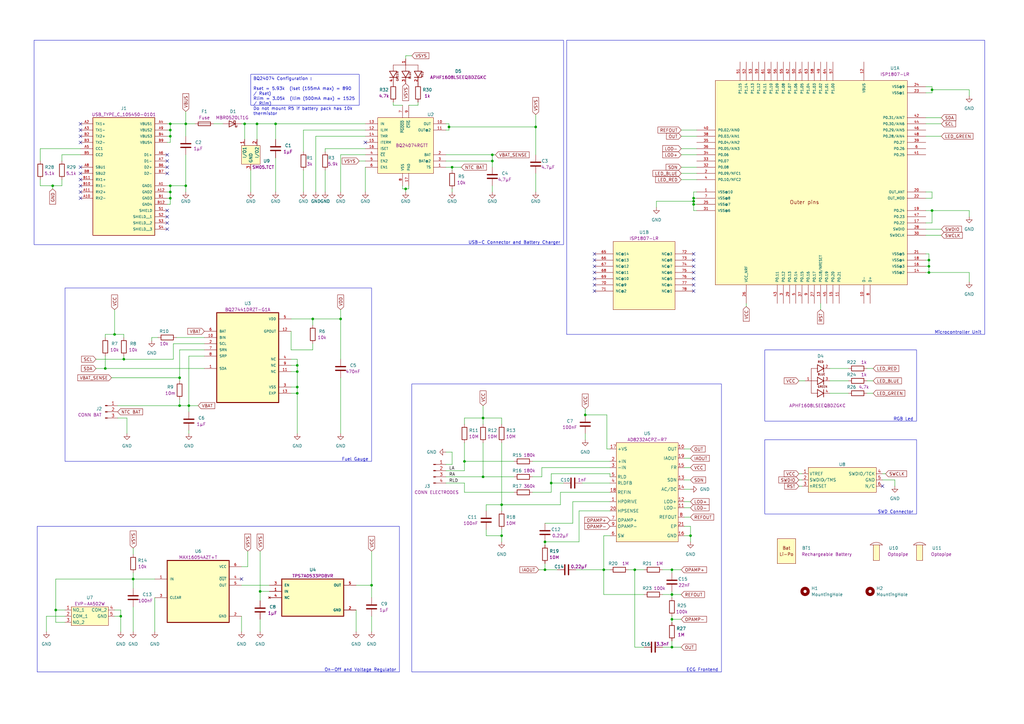
<source format=kicad_sch>
(kicad_sch (version 20230121) (generator eeschema)
  (paper "A3")
  (title_block (title "NERVOUS - ECG Sensor") (date "2024-05-02") (rev "1") (comment 1 "Copyright (c) 2024 INSA Lyon, CNRS, INL UMR5270") (comment 2 "License : MIT License") (comment 3 "Contact : bertrand.massot@insa-lyon.fr") (comment 4 "Authors : Bertrand Massot, Matthieu Mesnage, Hugo Buy"))
  (lib_symbols
    (symbol "Device:R" (pin_numbers hide) (pin_names (offset 0))
      (property "Reference" "R" (at 2.032 0 90))
      (property "Value" "R" (at 0 0 90))
      (symbol "R_1_1"
        (pin passive line (at 0 3.81 270) (length 1.27) (name "~") (number "1"))
        (pin passive line (at 0 -3.81 90) (length 1.27) (name "~") (number "2"))
      )
    )
    (symbol "ISP1807-LR_1" (pin_names (offset 1.016))
      (property "Reference" "U1" (at 20.32 31.75 0))
      (property "Note" "ISP1807-LR" (at 20.32 29.21 0))
      (symbol "ISP1807-LR_1_1_0"
        (text "Outer pins" (at 30.48 33.02 0) (effects (font (size 1.524 1.524)) (justify left bottom)))
        (pin power_in line (at -7.62 38.1 0) (length 7.62) (name "VSS@10") (number "1"))
        (pin power_in line (at 60.96 -7.62 90) (length 7.62) (name "D-") (number "10"))
        (pin bidirectional line (at 50.8 -7.62 90) (length 7.62) (name "P0.21") (number "11"))
        (pin power_in line (at 60.96 91.44 270) (length 7.62) (name "VBUS") (number "12"))
        (pin bidirectional line (at 43.18 -7.62 90) (length 7.62) (name "P0.18/NRESET") (number "13"))
        (pin power_in line (at 86.36 5.08 180) (length 7.62) (name "VSS@2") (number "14"))
        (pin bidirectional line (at 48.26 -7.62 90) (length 7.62) (name "P0.20") (number "15"))
        (pin power_in line (at 86.36 7.62 180) (length 7.62) (name "VSS@3") (number "16"))
        (pin bidirectional line (at 86.36 25.4 180) (length 7.62) (name "P0.22") (number "17"))
        (pin power_in line (at 86.36 10.16 180) (length 7.62) (name "VSS@4") (number "18"))
        (pin bidirectional line (at 86.36 30.48 180) (length 7.62) (name "P0.24") (number "19"))
        (pin bidirectional line (at -7.62 45.72 0) (length 7.62) (name "P0.09/NFC1") (number "2"))
        (pin bidirectional line (at 86.36 38.1 180) (length 7.62) (name "OUT_ANT") (number "20"))
        (pin power_in line (at 86.36 12.7 180) (length 7.62) (name "VSS@5") (number "21"))
        (pin bidirectional line (at 86.36 35.56 180) (length 7.62) (name "OUT_MOD") (number "22"))
        (pin power_in line (at 86.36 78.74 180) (length 7.62) (name "VSS@1") (number "23"))
        (pin power_in line (at 86.36 81.28 180) (length 7.62) (name "VSS@9") (number "24"))
        (pin power_in line (at -7.62 33.02 0) (length 7.62) (name "VSS@7") (number "25"))
        (pin power_in line (at 12.7 -7.62 90) (length 7.62) (name "VCC_NRF") (number "26"))
        (pin bidirectional line (at 40.64 -7.62 90) (length 7.62) (name "P0.17") (number "27"))
        (pin bidirectional line (at 86.36 22.86 180) (length 7.62) (name "SWDIO") (number "28"))
        (pin bidirectional line (at 30.48 -7.62 90) (length 7.62) (name "P0.13") (number "29"))
        (pin bidirectional line (at 27.94 -7.62 90) (length 7.62) (name "P0.12") (number "3"))
        (pin input line (at 86.36 20.32 180) (length 7.62) (name "SWDCLK") (number "30"))
        (pin power_in line (at -7.62 30.48 0) (length 7.62) (name "VSS@6") (number "31"))
        (pin bidirectional line (at -7.62 48.26 0) (length 7.62) (name "P0.08") (number "32"))
        (pin bidirectional line (at -7.62 50.8 0) (length 7.62) (name "P0.07") (number "33"))
        (pin bidirectional line (at -7.62 53.34 0) (length 7.62) (name "P0.06") (number "34"))
        (pin bidirectional line (at -7.62 58.42 0) (length 7.62) (name "P0.04/AIN2") (number "35"))
        (pin bidirectional line (at -7.62 55.88 0) (length 7.62) (name "P0.05/AIN3") (number "36"))
        (pin bidirectional line (at 35.56 -7.62 90) (length 7.62) (name "P0.15") (number "37"))
        (pin bidirectional line (at -7.62 60.96 0) (length 7.62) (name "P0.03/AIN1") (number "38"))
        (pin bidirectional line (at 86.36 58.42 180) (length 7.62) (name "P0.27") (number "39"))
        (pin bidirectional line (at -7.62 43.18 0) (length 7.62) (name "P0.10/NFC2") (number "4"))
        (pin bidirectional line (at -7.62 63.5 0) (length 7.62) (name "P0.02/AIN0") (number "40"))
        (pin bidirectional line (at 86.36 53.34 180) (length 7.62) (name "P0.25") (number "41"))
        (pin bidirectional line (at 86.36 68.58 180) (length 7.62) (name "P0.31/AIN7") (number "42"))
        (pin bidirectional line (at 25.4 -7.62 90) (length 7.62) (name "P0.11") (number "43"))
        (pin bidirectional line (at 86.36 66.04 180) (length 7.62) (name "P0.30/AIN6") (number "44"))
        (pin bidirectional line (at 45.72 -7.62 90) (length 7.62) (name "P0.19") (number "45"))
        (pin bidirectional line (at 86.36 63.5 180) (length 7.62) (name "P0.29/AIN5") (number "46"))
        (pin bidirectional line (at 86.36 27.94 180) (length 7.62) (name "P0.23") (number "47"))
        (pin bidirectional line (at 86.36 60.96 180) (length 7.62) (name "P0.28/AIN4") (number "48"))
        (pin bidirectional line (at 43.18 91.44 270) (length 7.62) (name "P1.02") (number "49"))
        (pin bidirectional line (at 33.02 -7.62 90) (length 7.62) (name "P0.14") (number "5"))
        (pin bidirectional line (at 33.02 91.44 270) (length 7.62) (name "P1.06") (number "50"))
        (pin bidirectional line (at 10.16 91.44 270) (length 7.62) (name "P1.15") (number "51"))
        (pin bidirectional line (at 12.7 91.44 270) (length 7.62) (name "P1.14") (number "52"))
        (pin bidirectional line (at 15.24 91.44 270) (length 7.62) (name "P1.13") (number "53"))
        (pin bidirectional line (at 35.56 91.44 270) (length 7.62) (name "P1.05") (number "54"))
        (pin bidirectional line (at 27.94 91.44 270) (length 7.62) (name "P1.08") (number "55"))
        (pin bidirectional line (at 25.4 91.44 270) (length 7.62) (name "P1.09") (number "56"))
        (pin bidirectional line (at 48.26 91.44 270) (length 7.62) (name "P1.00") (number "57"))
        (pin bidirectional line (at 40.64 91.44 270) (length 7.62) (name "P1.03") (number "58"))
        (pin bidirectional line (at 17.78 91.44 270) (length 7.62) (name "P1.12") (number "59"))
        (pin bidirectional line (at 86.36 55.88 180) (length 7.62) (name "P0.26") (number "6"))
        (pin bidirectional line (at 22.86 91.44 270) (length 7.62) (name "P1.10") (number "60"))
        (pin bidirectional line (at 20.32 91.44 270) (length 7.62) (name "P1.11") (number "61"))
        (pin bidirectional line (at 30.48 91.44 270) (length 7.62) (name "P1.07") (number "62"))
        (pin bidirectional line (at 38.1 91.44 270) (length 7.62) (name "P1.04") (number "63"))
        (pin bidirectional line (at 45.72 91.44 270) (length 7.62) (name "P1.01") (number "64"))
        (pin power_in line (at -7.62 35.56 0) (length 7.62) (name "VSS@8") (number "7"))
        (pin power_in line (at 63.5 -7.62 90) (length 7.62) (name "D+") (number "8"))
        (pin bidirectional line (at 38.1 -7.62 90) (length 7.62) (name "P0.16") (number "9"))
      )
      (symbol "ISP1807-LR_1_2_0"
        (pin passive line (at 0 22.86 0) (length 7.62) (name "NC@14") (number "65"))
        (pin passive line (at 0 20.32 0) (length 7.62) (name "NC@13") (number "66"))
        (pin passive line (at 0 17.78 0) (length 7.62) (name "NC@12") (number "67"))
        (pin passive line (at 0 15.24 0) (length 7.62) (name "NC@11") (number "68"))
        (pin passive line (at 0 12.7 0) (length 7.62) (name "NC@10") (number "69"))
        (pin passive line (at 0 10.16 0) (length 7.62) (name "NC@9") (number "70"))
        (pin passive line (at 0 7.62 0) (length 7.62) (name "NC@2") (number "71"))
        (pin passive line (at 40.64 22.86 180) (length 7.62) (name "NC@3") (number "72"))
        (pin passive line (at 40.64 20.32 180) (length 7.62) (name "NC@8") (number "73"))
        (pin passive line (at 40.64 17.78 180) (length 7.62) (name "NC@7") (number "74"))
        (pin passive line (at 40.64 15.24 180) (length 7.62) (name "NC@6") (number "75"))
        (pin passive line (at 40.64 12.7 180) (length 7.62) (name "NC@5") (number "76"))
        (pin passive line (at 40.64 10.16 180) (length 7.62) (name "NC@4") (number "77"))
        (pin passive line (at 40.64 7.62 180) (length 7.62) (name "NC@1") (number "78"))
      )
    )
    (symbol "Mechanical:MountingHole" (pin_names (offset 1.016))
      (property "Reference" "H" (at 0 5.08 0))
      (property "Value" "MountingHole" (at 0 3.175 0))
    )
    (symbol "nervous-ecg:AD8232ACPZ-R7"
      (property "Reference" "U" (at 0 12.7 0))
      (symbol "AD8232ACPZ-R7_1_0"
        (pin input line (at 15.24 7.62 180) (length 2.54) (name "OUT") (number "10"))
        (pin input line (at 15.24 -5.08 180) (length 2.54) (name "SDN") (number "13"))
        (pin input line (at 15.24 0 180) (length 2.54) (name "FR") (number "15"))
        (pin input line (at 15.24 3.81 180) (length 2.54) (name "IAOUT") (number "19"))
      )
      (symbol "AD8232ACPZ-R7_1_1"
        (pin input line (at -15.24 -13.97 0) (length 2.54) (name "HPDRIVE") (number "1"))
        (pin input line (at 15.24 -16.51 180) (length 2.54) (name "LOD-") (number "11"))
        (pin input line (at 15.24 -13.97 180) (length 2.54) (name "LOD+") (number "12"))
        (pin input line (at 15.24 -8.89 180) (length 2.54) (name "AC/DC") (number "14"))
        (pin input line (at 15.24 -27.94 180) (length 2.54) (name "GND") (number "16"))
        (pin input line (at -15.24 7.62 0) (length 2.54) (name "+VS") (number "17"))
        (pin input line (at -15.24 -10.16 0) (length 2.54) (name "REFIN") (number "18"))
        (pin input line (at -15.24 2.54 0) (length 2.54) (name "+IN") (number "2"))
        (pin input line (at -15.24 -17.78 0) (length 2.54) (name "HPSENSE") (number "20"))
        (pin input line (at 15.24 -24.13 180) (length 2.54) (name "EP") (number "21"))
        (pin input line (at -15.24 0 0) (length 2.54) (name "-IN") (number "3"))
        (pin input line (at -15.24 -6.35 0) (length 2.54) (name "RLDFB") (number "4"))
        (pin input line (at -15.24 -3.81 0) (length 2.54) (name "RLD") (number "5"))
        (pin input line (at -15.24 -27.94 0) (length 2.54) (name "SW") (number "6"))
        (pin input line (at -15.24 -21.59 0) (length 2.54) (name "OPAMP+") (number "7"))
        (pin input line (at 15.24 -20.32 180) (length 2.54) (name "REFOUT") (number "8"))
        (pin input line (at -15.24 -24.13 0) (length 2.54) (name "OPAMP-") (number "9"))
      )
    )
    (symbol "nervous-ecg:APHF1608LSEEQBDZGKC" (pin_names (offset 1.016))
      (property "Reference" "D" (at -2.54 8.89 0))
      (property "Value" "APHF1608LSEEQBDZGKC" (at -2.54 -7.62 0))
      (symbol "APHF1608LSEEQBDZGKC_0_0"
        (text "BLUE" (at 0 2.2225 0) (effects (font (size 0.8138 0.8138)) (justify left bottom)))
        (text "GREEN" (at 0 -2.8575 0) (effects (font (size 0.8144 0.8144)) (justify left bottom)))
        (text "RED" (at 0 7.3025 0) (effects (font (size 0.8138 0.8138)) (justify left bottom)))
        (pin passive line (at -5.08 0 0) (length 2.54) (name "~") (number "1"))
        (pin passive line (at 5.08 5.08 180) (length 2.54) (name "~") (number "2"))
        (pin passive line (at 5.08 0 180) (length 2.54) (name "~") (number "3"))
        (pin passive line (at 5.08 -5.08 180) (length 2.54) (name "~") (number "4"))
      )
    )
    (symbol "nervous-ecg:BQ24074RGTT" (pin_names (offset 1.016))
      (property "Reference" "U" (at 11.43 10.16 0))
      (property "Value" "BQ24074RGTT" (at 21.59 -2.54 0))
      (symbol "BQ24074RGTT_0_0"
        (pin bidirectional line (at 27.94 2.54 180) (length 5.08) (name "TS") (number "1"))
        (pin bidirectional line (at 27.94 20.32 180) (length 5.08) (name "OUT") (number "10"))
        (pin bidirectional line (at 27.94 17.78 180) (length 5.08) (name "OUT@2") (number "11"))
        (pin bidirectional line (at -5.08 17.78 0) (length 5.08) (name "ILIM") (number "12"))
        (pin bidirectional line (at -5.08 20.32 0) (length 5.08) (name "IN") (number "13"))
        (pin bidirectional line (at -5.08 15.24 0) (length 5.08) (name "TMR") (number "14"))
        (pin bidirectional line (at -5.08 12.7 0) (length 5.08) (name "ITERM") (number "15"))
        (pin bidirectional line (at -5.08 10.16 0) (length 5.08) (name "ISET") (number "16"))
        (pin bidirectional line (at 12.7 -5.08 90) (length 5.08) (name "PAD") (number "17"))
        (pin bidirectional line (at 27.94 7.62 180) (length 5.08) (name "BAT") (number "2"))
        (pin bidirectional line (at 27.94 5.08 180) (length 5.08) (name "BAT@2") (number "3"))
        (pin bidirectional line (at -5.08 7.62 0) (length 5.08) (name "~{CE}") (number "4"))
        (pin bidirectional line (at -5.08 5.08 0) (length 5.08) (name "EN2") (number "5"))
        (pin bidirectional line (at -5.08 2.54 0) (length 5.08) (name "EN1") (number "6"))
        (pin bidirectional line (at 10.16 27.94 270) (length 5.08) (name "~{PGOOD}") (number "7"))
        (pin bidirectional line (at 10.16 -5.08 90) (length 5.08) (name "VSS") (number "8"))
        (pin bidirectional line (at 12.7 27.94 270) (length 5.08) (name "~{CHG}") (number "9"))
      )
    )
    (symbol "nervous-ecg:BQ27441DRZT-G1A" (pin_names (offset 1.016))
      (property "Reference" "U" (at -12.7 18.78 0))
      (property "Value" "BQ27441DRZT-G1A" (at -12.7 -21.59 0))
      (symbol "BQ27441DRZT-G1A_0_0"
        (pin bidirectional line (at -17.78 -5.08 0) (length 5.08) (name "SDA") (number "1"))
        (pin input line (at -17.78 7.62 0) (length 5.08) (name "BIN") (number "10"))
        (pin output line (at 17.78 10.16 180) (length 5.08) (name "GPOUT") (number "12"))
        (pin power_in line (at 17.78 -15.24 180) (length 5.08) (name "EXP") (number "13"))
        (pin input line (at -17.78 5.08 0) (length 5.08) (name "SCL") (number "2"))
        (pin power_in line (at 17.78 -12.7 180) (length 5.08) (name "VSS") (number "3"))
        (pin power_in line (at 17.78 15.24 180) (length 5.08) (name "VDD") (number "5"))
        (pin input line (at -17.78 10.16 0) (length 5.08) (name "BAT") (number "6"))
        (pin input line (at -17.78 2.54 0) (length 5.08) (name "SRN") (number "7"))
        (pin input line (at -17.78 0 0) (length 5.08) (name "SRP") (number "8"))
      )
      (symbol "BQ27441DRZT-G1A_1_0"
        (pin power_in line (at 17.78 -6.35 180) (length 5.08) (name "NC") (number "11"))
        (pin power_in line (at 17.78 -1.27 180) (length 5.08) (name "NC") (number "4"))
        (pin power_in line (at 17.78 -3.81 180) (length 5.08) (name "NC") (number "9"))
      )
    )
    (symbol "nervous-ecg:C" (pin_numbers hide) (pin_names (offset 0.254))
      (property "Reference" "C" (at 0.635 2.54 0))
      (property "Value" "C" (at 0.635 -2.54 0))
      (symbol "C_1_1"
        (pin passive line (at 0 3.81 270) (length 2.794) (name "~") (number "1"))
        (pin passive line (at 0 -3.81 90) (length 2.794) (name "~") (number "2"))
      )
    )
    (symbol "nervous-ecg:CONN_ELECTRODE" (pin_names (offset 1.016) hide)
      (property "Reference" "J" (at 0 5.08 0))
      (property "Value" "CONN_ELECTRODE" (at 0 -7.62 0))
      (symbol "CONN_ELECTRODE_1_1"
        (pin passive line (at 5.08 2.54 180) (length 3.81) (name "Pin_1") (number "1"))
        (pin passive line (at 5.08 0 180) (length 3.81) (name "Pin_2") (number "2"))
        (pin passive line (at 5.08 -2.54 180) (length 3.81) (name "Pin_3") (number "3"))
        (pin passive line (at 5.08 -5.08 180) (length 3.81) (name "Pin_4") (number "4"))
      )
    )
    (symbol "nervous-ecg:CONN_USB_3.1_TYPE_C_-_105450-0101" (pin_names (offset 1.016))
      (property "Reference" "J" (at -12.7209 20.8595 0))
      (property "Value" "CONN_USB_3.1_TYPE_C_-_105450-0101" (at -12.7263 -30.5274 0))
      (symbol "CONN_USB_3.1_TYPE_C_-_105450-0101_0_0"
        (pin passive line (at 17.78 -7.62 180) (length 5.08) (name "GND1") (number "A1"))
        (pin passive line (at -17.78 -12.7 0) (length 5.08) (name "RX2-") (number "A10"))
        (pin passive line (at -17.78 -10.16 0) (length 5.08) (name "RX2+") (number "A11"))
        (pin passive line (at 17.78 -10.16 180) (length 5.08) (name "GND2") (number "A12"))
        (pin passive line (at -17.78 17.78 0) (length 5.08) (name "TX1+") (number "A2"))
        (pin passive line (at -17.78 15.24 0) (length 5.08) (name "TX1-") (number "A3"))
        (pin passive line (at 17.78 17.78 180) (length 5.08) (name "VBUS1") (number "A4"))
        (pin passive line (at -17.78 7.62 0) (length 5.08) (name "CC1") (number "A5"))
        (pin passive line (at 17.78 5.08 180) (length 5.08) (name "D1+") (number "A6"))
        (pin passive line (at 17.78 2.54 180) (length 5.08) (name "D1-") (number "A7"))
        (pin passive line (at -17.78 0 0) (length 5.08) (name "SBU1") (number "A8"))
        (pin passive line (at 17.78 15.24 180) (length 5.08) (name "VBUS2") (number "A9"))
        (pin passive line (at 17.78 -12.7 180) (length 5.08) (name "GND3") (number "B1"))
        (pin passive line (at -17.78 -7.62 0) (length 5.08) (name "RX1-") (number "B10"))
        (pin passive line (at -17.78 -5.08 0) (length 5.08) (name "RX1+") (number "B11"))
        (pin passive line (at 17.78 -15.24 180) (length 5.08) (name "GND4") (number "B12"))
        (pin passive line (at -17.78 12.7 0) (length 5.08) (name "TX2+") (number "B2"))
        (pin passive line (at -17.78 10.16 0) (length 5.08) (name "TX2-") (number "B3"))
        (pin passive line (at 17.78 12.7 180) (length 5.08) (name "VBUS3") (number "B4"))
        (pin passive line (at -17.78 5.08 0) (length 5.08) (name "CC2") (number "B5"))
        (pin passive line (at 17.78 0 180) (length 5.08) (name "D2+") (number "B6"))
        (pin passive line (at 17.78 -2.54 180) (length 5.08) (name "D2-") (number "B7"))
        (pin passive line (at -17.78 -2.54 0) (length 5.08) (name "SBU2") (number "B8"))
        (pin passive line (at 17.78 10.16 180) (length 5.08) (name "VBUS4") (number "B9"))
        (pin passive line (at 17.78 -17.78 180) (length 5.08) (name "SHIELD") (number "S1"))
        (pin passive line (at 17.78 -20.32 180) (length 5.08) (name "SHIELD__1") (number "S2"))
        (pin passive line (at 17.78 -22.86 180) (length 5.08) (name "SHIELD__2") (number "S3"))
        (pin passive line (at 17.78 -25.4 180) (length 5.08) (name "SHIELD__3") (number "S4"))
      )
    )
    (symbol "nervous-ecg:Conn_01x03_Pin" (pin_names (offset 1.016) hide)
      (property "Reference" "J" (at 0 5.08 0))
      (property "Value" "Conn_01x03_Pin" (at 0 -5.08 0))
      (symbol "Conn_01x03_Pin_1_1"
        (pin passive line (at 5.08 2.54 180) (length 3.81) (name "Pin_1") (number "1"))
        (pin passive line (at 5.08 0 180) (length 3.81) (name "Pin_2") (number "2"))
        (pin passive line (at 5.08 -2.54 180) (length 3.81) (name "Pin_3") (number "3"))
      )
    )
    (symbol "nervous-ecg:D_Schottky" (pin_numbers hide) (pin_names (offset 1.016) hide)
      (property "Reference" "D" (at 0 2.54 0))
      (property "Value" "D_Schottky" (at 0 -2.54 0))
      (symbol "D_Schottky_1_1"
        (pin passive line (at -3.81 0 0) (length 2.54) (name "K") (number "1"))
        (pin passive line (at 3.81 0 180) (length 2.54) (name "A") (number "2"))
      )
    )
    (symbol "nervous-ecg:EVP-AA502W"
      (property "Reference" "U" (at 0 5.08 0))
      (property "Value" "EVP-AA502W" (at 0 -5.08 0))
      (symbol "EVP-AA502W_1_1"
        (pin input line (at -10.16 2.54 0) (length 2.54) (name "NO_1") (number "1"))
        (pin input line (at -10.16 0 0) (length 2.54) (name "COM_1") (number "2"))
        (pin input line (at -10.16 -2.54 0) (length 2.54) (name "NO_2") (number "3"))
        (pin input line (at 10.16 2.54 180) (length 2.54) (name "COM_2") (number "4"))
        (pin input line (at 10.16 0 180) (length 2.54) (name "GND") (number "5"))
      )
    )
    (symbol "nervous-ecg:Fuse" (pin_numbers hide) (pin_names (offset 0))
      (property "Reference" "F" (at 2.032 0 90))
      (property "Value" "Fuse" (at -1.905 0 90))
      (symbol "Fuse_1_1"
        (pin passive line (at 0 3.81 270) (length 1.27) (name "~") (number "1"))
        (pin passive line (at 0 -3.81 90) (length 1.27) (name "~") (number "2"))
      )
    )
    (symbol "nervous-ecg:ISP1807-LR" (pin_names (offset 1.016))
      (property "Reference" "U1" (at 20.32 31.75 0))
      (property "Note" "ISP1807-LR" (at 20.32 29.21 0))
      (symbol "ISP1807-LR_1_0"
        (text "Outer pins" (at 30.48 33.02 0) (effects (font (size 1.524 1.524)) (justify left bottom)))
        (pin power_in line (at -7.62 38.1 0) (length 7.62) (name "VSS@10") (number "1"))
        (pin power_in line (at 60.96 -7.62 90) (length 7.62) (name "D-") (number "10"))
        (pin bidirectional line (at 50.8 -7.62 90) (length 7.62) (name "P0.21") (number "11"))
        (pin power_in line (at 60.96 91.44 270) (length 7.62) (name "VBUS") (number "12"))
        (pin bidirectional line (at 43.18 -7.62 90) (length 7.62) (name "P0.18/NRESET") (number "13"))
        (pin power_in line (at 86.36 5.08 180) (length 7.62) (name "VSS@2") (number "14"))
        (pin bidirectional line (at 48.26 -7.62 90) (length 7.62) (name "P0.20") (number "15"))
        (pin power_in line (at 86.36 7.62 180) (length 7.62) (name "VSS@3") (number "16"))
        (pin bidirectional line (at 86.36 25.4 180) (length 7.62) (name "P0.22") (number "17"))
        (pin power_in line (at 86.36 10.16 180) (length 7.62) (name "VSS@4") (number "18"))
        (pin bidirectional line (at 86.36 30.48 180) (length 7.62) (name "P0.24") (number "19"))
        (pin bidirectional line (at -7.62 45.72 0) (length 7.62) (name "P0.09/NFC1") (number "2"))
        (pin bidirectional line (at 86.36 38.1 180) (length 7.62) (name "OUT_ANT") (number "20"))
        (pin power_in line (at 86.36 12.7 180) (length 7.62) (name "VSS@5") (number "21"))
        (pin bidirectional line (at 86.36 35.56 180) (length 7.62) (name "OUT_MOD") (number "22"))
        (pin power_in line (at 86.36 78.74 180) (length 7.62) (name "VSS@1") (number "23"))
        (pin power_in line (at 86.36 81.28 180) (length 7.62) (name "VSS@9") (number "24"))
        (pin power_in line (at -7.62 33.02 0) (length 7.62) (name "VSS@7") (number "25"))
        (pin power_in line (at 12.7 -7.62 90) (length 7.62) (name "VCC_NRF") (number "26"))
        (pin bidirectional line (at 40.64 -7.62 90) (length 7.62) (name "P0.17") (number "27"))
        (pin bidirectional line (at 86.36 22.86 180) (length 7.62) (name "SWDIO") (number "28"))
        (pin bidirectional line (at 30.48 -7.62 90) (length 7.62) (name "P0.13") (number "29"))
        (pin bidirectional line (at 27.94 -7.62 90) (length 7.62) (name "P0.12") (number "3"))
        (pin input line (at 86.36 20.32 180) (length 7.62) (name "SWDCLK") (number "30"))
        (pin power_in line (at -7.62 30.48 0) (length 7.62) (name "VSS@6") (number "31"))
        (pin bidirectional line (at -7.62 48.26 0) (length 7.62) (name "P0.08") (number "32"))
        (pin bidirectional line (at -7.62 50.8 0) (length 7.62) (name "P0.07") (number "33"))
        (pin bidirectional line (at -7.62 53.34 0) (length 7.62) (name "P0.06") (number "34"))
        (pin bidirectional line (at -7.62 58.42 0) (length 7.62) (name "P0.04/AIN2") (number "35"))
        (pin bidirectional line (at -7.62 55.88 0) (length 7.62) (name "P0.05/AIN3") (number "36"))
        (pin bidirectional line (at 35.56 -7.62 90) (length 7.62) (name "P0.15") (number "37"))
        (pin bidirectional line (at -7.62 60.96 0) (length 7.62) (name "P0.03/AIN1") (number "38"))
        (pin bidirectional line (at 86.36 58.42 180) (length 7.62) (name "P0.27") (number "39"))
        (pin bidirectional line (at -7.62 43.18 0) (length 7.62) (name "P0.10/NFC2") (number "4"))
        (pin bidirectional line (at -7.62 63.5 0) (length 7.62) (name "P0.02/AIN0") (number "40"))
        (pin bidirectional line (at 86.36 53.34 180) (length 7.62) (name "P0.25") (number "41"))
        (pin bidirectional line (at 86.36 68.58 180) (length 7.62) (name "P0.31/AIN7") (number "42"))
        (pin bidirectional line (at 25.4 -7.62 90) (length 7.62) (name "P0.11") (number "43"))
        (pin bidirectional line (at 86.36 66.04 180) (length 7.62) (name "P0.30/AIN6") (number "44"))
        (pin bidirectional line (at 45.72 -7.62 90) (length 7.62) (name "P0.19") (number "45"))
        (pin bidirectional line (at 86.36 63.5 180) (length 7.62) (name "P0.29/AIN5") (number "46"))
        (pin bidirectional line (at 86.36 27.94 180) (length 7.62) (name "P0.23") (number "47"))
        (pin bidirectional line (at 86.36 60.96 180) (length 7.62) (name "P0.28/AIN4") (number "48"))
        (pin bidirectional line (at 43.18 91.44 270) (length 7.62) (name "P1.02") (number "49"))
        (pin bidirectional line (at 33.02 -7.62 90) (length 7.62) (name "P0.14") (number "5"))
        (pin bidirectional line (at 33.02 91.44 270) (length 7.62) (name "P1.06") (number "50"))
        (pin bidirectional line (at 10.16 91.44 270) (length 7.62) (name "P1.15") (number "51"))
        (pin bidirectional line (at 12.7 91.44 270) (length 7.62) (name "P1.14") (number "52"))
        (pin bidirectional line (at 15.24 91.44 270) (length 7.62) (name "P1.13") (number "53"))
        (pin bidirectional line (at 35.56 91.44 270) (length 7.62) (name "P1.05") (number "54"))
        (pin bidirectional line (at 27.94 91.44 270) (length 7.62) (name "P1.08") (number "55"))
        (pin bidirectional line (at 25.4 91.44 270) (length 7.62) (name "P1.09") (number "56"))
        (pin bidirectional line (at 48.26 91.44 270) (length 7.62) (name "P1.00") (number "57"))
        (pin bidirectional line (at 40.64 91.44 270) (length 7.62) (name "P1.03") (number "58"))
        (pin bidirectional line (at 17.78 91.44 270) (length 7.62) (name "P1.12") (number "59"))
        (pin bidirectional line (at 86.36 55.88 180) (length 7.62) (name "P0.26") (number "6"))
        (pin bidirectional line (at 22.86 91.44 270) (length 7.62) (name "P1.10") (number "60"))
        (pin bidirectional line (at 20.32 91.44 270) (length 7.62) (name "P1.11") (number "61"))
        (pin bidirectional line (at 30.48 91.44 270) (length 7.62) (name "P1.07") (number "62"))
        (pin bidirectional line (at 38.1 91.44 270) (length 7.62) (name "P1.04") (number "63"))
        (pin bidirectional line (at 45.72 91.44 270) (length 7.62) (name "P1.01") (number "64"))
        (pin power_in line (at -7.62 35.56 0) (length 7.62) (name "VSS@8") (number "7"))
        (pin power_in line (at 63.5 -7.62 90) (length 7.62) (name "D+") (number "8"))
        (pin bidirectional line (at 38.1 -7.62 90) (length 7.62) (name "P0.16") (number "9"))
      )
      (symbol "ISP1807-LR_2_0"
        (pin passive line (at 0 22.86 0) (length 7.62) (name "NC@14") (number "65"))
        (pin passive line (at 0 20.32 0) (length 7.62) (name "NC@13") (number "66"))
        (pin passive line (at 0 17.78 0) (length 7.62) (name "NC@12") (number "67"))
        (pin passive line (at 0 15.24 0) (length 7.62) (name "NC@11") (number "68"))
        (pin passive line (at 0 12.7 0) (length 7.62) (name "NC@10") (number "69"))
        (pin passive line (at 0 10.16 0) (length 7.62) (name "NC@9") (number "70"))
        (pin passive line (at 0 7.62 0) (length 7.62) (name "NC@2") (number "71"))
        (pin passive line (at 40.64 22.86 180) (length 7.62) (name "NC@3") (number "72"))
        (pin passive line (at 40.64 20.32 180) (length 7.62) (name "NC@8") (number "73"))
        (pin passive line (at 40.64 17.78 180) (length 7.62) (name "NC@7") (number "74"))
        (pin passive line (at 40.64 15.24 180) (length 7.62) (name "NC@6") (number "75"))
        (pin passive line (at 40.64 12.7 180) (length 7.62) (name "NC@5") (number "76"))
        (pin passive line (at 40.64 10.16 180) (length 7.62) (name "NC@4") (number "77"))
        (pin passive line (at 40.64 7.62 180) (length 7.62) (name "NC@1") (number "78"))
      )
    )
    (symbol "nervous-ecg:MAX16054AZT+T" (pin_names (offset 1.016))
      (property "Reference" "U" (at -12.7 13.7 0))
      (property "Value" "MAX16054AZT+T" (at -12.7 -16.7 0))
      (symbol "MAX16054AZT+T_0_0"
        (pin input line (at -17.78 5.08 0) (length 5.08) (name "IN") (number "1"))
        (pin power_in line (at 17.78 -10.16 180) (length 5.08) (name "GND") (number "2"))
        (pin bidirectional line (at -17.78 -2.54 0) (length 5.08) (name "CLEAR") (number "3"))
        (pin output line (at 17.78 5.08 180) (length 5.08) (name "~{OUT}") (number "4"))
        (pin output line (at 17.78 2.54 180) (length 5.08) (name "OUT") (number "5"))
        (pin power_in line (at 17.78 10.16 180) (length 5.08) (name "VCC") (number "6"))
      )
    )
    (symbol "nervous-ecg:OptoPipe"
      (property "Reference" "U" (at 0 6.35 0))
    )
    (symbol "nervous-ecg:R" (pin_numbers hide) (pin_names (offset 0))
      (property "Reference" "R" (at 2.032 0 90))
      (property "Value" "R" (at 0 0 90))
      (symbol "R_1_1"
        (pin passive line (at 0 3.81 270) (length 1.27) (name "~") (number "1"))
        (pin passive line (at 0 -3.81 90) (length 1.27) (name "~") (number "2"))
      )
    )
    (symbol "nervous-ecg:Rechargeable_Battery_Lithium_Polymer"
      (property "Reference" "BT" (at 0 7.62 0))
      (symbol "Rechargeable_Battery_Lithium_Polymer_1_1"
        (text "Bat" (at 0 1.27 0) (effects (font (size 1.27 1.27))))
        (text "Li-Po" (at 0 -1.27 0) (effects (font (size 1.27 1.27))))
      )
    )
    (symbol "nervous-ecg:TC2030-MCP-NL"
      (property "Reference" "U" (at 0 6.35 0))
      (symbol "TC2030-MCP-NL_1_1"
        (pin input line (at -16.51 2.54 0) (length 2.54) (name "VTREF") (number "1"))
        (pin input line (at -16.51 0 0) (length 2.54) (name "SWDIO/TMS") (number "2"))
        (pin input line (at -16.51 -2.54 0) (length 2.54) (name "nRESET") (number "3"))
        (pin input line (at 16.51 2.54 180) (length 2.54) (name "SWDIO/TCK") (number "4"))
        (pin input line (at 16.51 0 180) (length 2.54) (name "GND") (number "5"))
        (pin input line (at 16.51 -2.54 180) (length 2.54) (name "N/C") (number "6"))
      )
    )
    (symbol "nervous-ecg:TPS7A0533PDBVR" (pin_names (offset 1.016))
      (property "Reference" "U4" (at 0 11.43 0))
      (property "Note" "TPS7A0533PDBVR" (at 0 8.89 0))
      (symbol "TPS7A0533PDBVR_0_0"
        (pin input line (at -17.78 2.54 0) (length 5.08) (name "IN") (number "1"))
        (pin power_in line (at 17.78 -5.08 180) (length 5.08) (name "GND") (number "2"))
        (pin input line (at -17.78 5.08 0) (length 5.08) (name "EN") (number "3"))
        (pin output line (at 17.78 5.08 180) (length 5.08) (name "OUT") (number "5"))
      )
      (symbol "TPS7A0533PDBVR_1_1"
        (pin no_connect line (at -17.78 0 0) (length 5.08) (name "NC") (number "4"))
      )
    )
    (symbol "nervous-ecg:TVS_DIODE_5VWM_SOT23-3L_1"
      (property "Reference" "U" (at 0 8.89 0))
      (symbol "TVS_DIODE_5VWM_SOT23-3L_1_1_1"
        (pin input line (at -2.54 6.35 270) (length 2.54) (name "I/O1") (number "1"))
        (pin input line (at 2.54 6.35 270) (length 2.54) (name "I/O2") (number "2"))
        (pin input line (at 0 -6.35 90) (length 2.54) (name "GND") (number "3"))
      )
    )
    (symbol "power:GND" (power) (pin_names (offset 0))
      (property "Value" "GND" (at 0 -3.81 0))
      (symbol "GND_1_1"
        (pin power_in line (at 0 0 270) (length 0) hide (name "GND") (number "1"))
      )
    )
  )
  (junction (at 275.59 243.84))
  (junction (at 260.35 233.68))
  (junction (at 69.85 53.34))
  (junction (at 22.86 250.19))
  (junction (at 46.99 137.16))
  (junction (at 198.12 195.58))
  (junction (at 275.59 265.43))
  (junction (at 226.06 198.12))
  (junction (at 381 111.76))
  (junction (at 201.93 63.5))
  (junction (at 76.2 50.8))
  (junction (at 205.74 207.01))
  (junction (at 49.53 252.73))
  (junction (at 113.03 50.8))
  (junction (at 73.66 166.37))
  (junction (at 152.4 240.03))
  (junction (at 69.85 76.2))
  (junction (at 382.27 36.83))
  (junction (at 43.18 151.13))
  (junction (at 69.85 81.28))
  (junction (at 223.52 233.68))
  (junction (at 69.85 55.88))
  (junction (at 106.68 242.57))
  (junction (at 128.27 130.81))
  (junction (at 223.52 222.25))
  (junction (at 381 109.22))
  (junction (at 247.65 233.68))
  (junction (at 139.7 130.81))
  (junction (at 381 106.68))
  (junction (at 382.27 86.36))
  (junction (at 73.66 154.94))
  (junction (at 283.21 219.71))
  (junction (at 284.48 83.82))
  (junction (at 121.92 152.4))
  (junction (at 105.41 50.8))
  (junction (at 219.71 52.07))
  (junction (at 275.59 254))
  (junction (at 21.59 76.2))
  (junction (at 121.92 158.75))
  (junction (at 185.42 68.58))
  (junction (at 69.85 50.8))
  (junction (at 54.61 237.49))
  (junction (at 69.85 78.74))
  (junction (at 198.12 171.45))
  (junction (at 100.33 50.8))
  (junction (at 201.93 66.04))
  (junction (at 50.8 147.32))
  (junction (at 284.48 81.28))
  (junction (at 240.03 170.18))
  (junction (at 205.74 219.71))
  (junction (at 190.5 189.23))
  (junction (at 275.59 233.68))
  (junction (at 121.92 161.29))
  (junction (at 166.37 77.47))
  (junction (at 77.47 166.37))
  (junction (at 184.15 52.07))
  (junction (at 76.2 76.2))
  (junction (at 121.92 149.86))
  (junction (at 284.48 82.55))
  (no_connect (at 33.02 73.66))
  (no_connect (at 33.02 68.58))
  (no_connect (at 149.86 58.42))
  (no_connect (at 284.48 111.76))
  (no_connect (at 33.02 53.34))
  (no_connect (at 99.06 237.49))
  (no_connect (at 33.02 78.74))
  (no_connect (at 68.58 68.58))
  (no_connect (at 284.48 106.68))
  (no_connect (at 284.48 116.84))
  (no_connect (at 243.84 111.76))
  (no_connect (at 33.02 58.42))
  (no_connect (at 33.02 81.28))
  (no_connect (at 284.48 104.14))
  (no_connect (at 33.02 55.88))
  (no_connect (at 243.84 104.14))
  (no_connect (at 284.48 114.3))
  (no_connect (at 284.48 109.22))
  (no_connect (at 68.58 63.5))
  (no_connect (at 243.84 119.38))
  (no_connect (at 33.02 50.8))
  (no_connect (at 68.58 71.12))
  (no_connect (at 361.95 199.39))
  (no_connect (at 68.58 91.44))
  (no_connect (at 68.58 93.98))
  (no_connect (at 68.58 86.36))
  (no_connect (at 284.48 119.38))
  (no_connect (at 33.02 76.2))
  (no_connect (at 243.84 116.84))
  (no_connect (at 68.58 88.9))
  (no_connect (at 243.84 114.3))
  (no_connect (at 243.84 109.22))
  (no_connect (at 33.02 71.12))
  (no_connect (at 68.58 66.04))
  (no_connect (at 243.84 106.68))
  (wire (pts (xy 113.03 64.77) (xy 113.03 78.74)))
  (wire (pts (xy 275.59 252.73) (xy 275.59 254)))
  (wire (pts (xy 223.52 222.25) (xy 223.52 223.52)))
  (wire (pts (xy 33.02 63.5) (xy 25.4 63.5)))
  (wire (pts (xy 247.65 243.84) (xy 247.65 233.68)))
  (wire (pts (xy 168.91 22.86) (xy 166.37 22.86)))
  (wire (pts (xy 382.27 81.28) (xy 379.73 81.28)))
  (wire (pts (xy 63.5 245.11) (xy 63.5 259.08)))
  (wire (pts (xy 236.22 233.68) (xy 247.65 233.68)))
  (wire (pts (xy 280.67 212.09) (xy 283.21 212.09)))
  (wire (pts (xy 347.98 151.13) (xy 340.36 151.13)))
  (wire (pts (xy 226.06 194.31) (xy 250.19 194.31)))
  (wire (pts (xy 71.12 140.97) (xy 71.12 147.32)))
  (wire (pts (xy 16.51 60.96) (xy 16.51 66.04)))
  (wire (pts (xy 45.72 154.94) (xy 73.66 154.94)))
  (wire (pts (xy 218.44 201.93) (xy 226.06 201.93)))
  (wire (pts (xy 182.88 63.5) (xy 201.93 63.5)))
  (wire (pts (xy 72.39 138.43) (xy 83.82 138.43)))
  (wire (pts (xy 182.88 195.58) (xy 198.12 195.58)))
  (wire (pts (xy 161.29 43.18) (xy 165.1 43.18)))
  (wire (pts (xy 146.05 250.19) (xy 146.05 259.08)))
  (wire (pts (xy 284.48 82.55) (xy 284.48 83.82)))
  (wire (pts (xy 139.7 127) (xy 139.7 130.81)))
  (wire (pts (xy 285.75 78.74) (xy 284.48 78.74)))
  (wire (pts (xy 248.92 184.15) (xy 250.19 184.15)))
  (wire (pts (xy 80.01 50.8) (xy 76.2 50.8)))
  (wire (pts (xy 280.67 191.77) (xy 283.21 191.77)))
  (wire (pts (xy 182.88 53.34) (xy 184.15 53.34)))
  (wire (pts (xy 121.92 158.75) (xy 121.92 161.29)))
  (wire (pts (xy 382.27 38.1) (xy 379.73 38.1)))
  (wire (pts (xy 379.73 93.98) (xy 386.08 93.98)))
  (wire (pts (xy 327.66 199.39) (xy 328.93 199.39)))
  (wire (pts (xy 234.95 205.74) (xy 234.95 214.63)))
  (wire (pts (xy 269.24 82.55) (xy 284.48 82.55)))
  (wire (pts (xy 99.06 252.73) (xy 99.06 259.08)))
  (wire (pts (xy 284.48 81.28) (xy 285.75 81.28)))
  (wire (pts (xy 248.92 170.18) (xy 248.92 184.15)))
  (wire (pts (xy 69.85 76.2) (xy 69.85 78.74)))
  (wire (pts (xy 264.16 243.84) (xy 247.65 243.84)))
  (wire (pts (xy 382.27 36.83) (xy 397.51 36.83)))
  (wire (pts (xy 77.47 176.53) (xy 77.47 177.8)))
  (wire (pts (xy 152.4 240.03) (xy 152.4 245.11)))
  (wire (pts (xy 264.16 265.43) (xy 260.35 265.43)))
  (wire (pts (xy 199.39 217.17) (xy 199.39 219.71)))
  (wire (pts (xy 284.48 83.82) (xy 285.75 83.82)))
  (wire (pts (xy 121.92 149.86) (xy 121.92 152.4)))
  (wire (pts (xy 68.58 50.8) (xy 69.85 50.8)))
  (wire (pts (xy 106.68 242.57) (xy 106.68 246.38)))
  (wire (pts (xy 77.47 146.05) (xy 77.47 166.37)))
  (wire (pts (xy 327.66 196.85) (xy 328.93 196.85)))
  (wire (pts (xy 280.67 196.85) (xy 283.21 196.85)))
  (wire (pts (xy 280.67 187.96) (xy 283.21 187.96)))
  (wire (pts (xy 139.7 63.5) (xy 139.7 78.74)))
  (wire (pts (xy 133.35 60.96) (xy 133.35 62.23)))
  (wire (pts (xy 101.6 226.06) (xy 101.6 232.41)))
  (wire (pts (xy 279.4 53.34) (xy 285.75 53.34)))
  (wire (pts (xy 247.65 233.68) (xy 247.65 219.71)))
  (wire (pts (xy 77.47 166.37) (xy 77.47 168.91)))
  (wire (pts (xy 279.4 71.12) (xy 285.75 71.12)))
  (wire (pts (xy 185.42 77.47) (xy 185.42 78.74)))
  (wire (pts (xy 182.88 185.42) (xy 185.42 185.42)))
  (wire (pts (xy 46.99 127) (xy 46.99 137.16)))
  (wire (pts (xy 62.23 138.43) (xy 62.23 139.7)))
  (wire (pts (xy 119.38 143.51) (xy 119.38 135.89)))
  (wire (pts (xy 184.15 53.34) (xy 184.15 52.07)))
  (wire (pts (xy 21.59 76.2) (xy 25.4 76.2)))
  (wire (pts (xy 43.18 137.16) (xy 46.99 137.16)))
  (wire (pts (xy 69.85 83.82) (xy 68.58 83.82)))
  (wire (pts (xy 76.2 63.5) (xy 76.2 76.2)))
  (wire (pts (xy 121.92 152.4) (xy 121.92 158.75)))
  (wire (pts (xy 275.59 242.57) (xy 275.59 243.84)))
  (wire (pts (xy 381 106.68) (xy 381 109.22)))
  (wire (pts (xy 166.37 22.86) (xy 166.37 24.13)))
  (wire (pts (xy 205.74 209.55) (xy 205.74 207.01)))
  (wire (pts (xy 102.87 69.85) (xy 102.87 78.74)))
  (wire (pts (xy 223.52 222.25) (xy 237.49 222.25)))
  (wire (pts (xy 128.27 133.35) (xy 128.27 130.81)))
  (wire (pts (xy 283.21 215.9) (xy 283.21 219.71)))
  (wire (pts (xy 166.37 77.47) (xy 167.64 77.47)))
  (wire (pts (xy 69.85 53.34) (xy 69.85 55.88)))
  (wire (pts (xy 198.12 171.45) (xy 198.12 173.99)))
  (wire (pts (xy 379.73 35.56) (xy 382.27 35.56)))
  (wire (pts (xy 381 111.76) (xy 379.73 111.76)))
  (wire (pts (xy 381 109.22) (xy 381 111.76)))
  (wire (pts (xy 113.03 50.8) (xy 105.41 50.8)))
  (wire (pts (xy 201.93 63.5) (xy 203.2 63.5)))
  (wire (pts (xy 119.38 158.75) (xy 121.92 158.75)))
  (wire (pts (xy 69.85 78.74) (xy 69.85 81.28)))
  (wire (pts (xy 182.88 190.5) (xy 185.42 190.5)))
  (wire (pts (xy 26.67 250.19) (xy 22.86 250.19)))
  (wire (pts (xy 128.27 143.51) (xy 128.27 140.97)))
  (wire (pts (xy 87.63 50.8) (xy 91.44 50.8)))
  (wire (pts (xy 69.85 50.8) (xy 76.2 50.8)))
  (wire (pts (xy 119.38 143.51) (xy 128.27 143.51)))
  (wire (pts (xy 121.92 147.32) (xy 121.92 149.86)))
  (wire (pts (xy 69.85 55.88) (xy 69.85 58.42)))
  (wire (pts (xy 219.71 46.99) (xy 219.71 52.07)))
  (wire (pts (xy 229.87 207.01) (xy 205.74 207.01)))
  (wire (pts (xy 149.86 68.58) (xy 149.86 78.74)))
  (wire (pts (xy 283.21 222.25) (xy 283.21 219.71)))
  (wire (pts (xy 257.81 233.68) (xy 260.35 233.68)))
  (wire (pts (xy 190.5 171.45) (xy 198.12 171.45)))
  (wire (pts (xy 226.06 194.31) (xy 226.06 198.12)))
  (wire (pts (xy 43.18 146.05) (xy 43.18 151.13)))
  (wire (pts (xy 219.71 52.07) (xy 184.15 52.07)))
  (wire (pts (xy 240.03 180.34) (xy 240.03 177.8)))
  (wire (pts (xy 152.4 226.06) (xy 152.4 240.03)))
  (wire (pts (xy 327.66 156.21) (xy 330.2 156.21)))
  (wire (pts (xy 113.03 50.8) (xy 149.86 50.8)))
  (wire (pts (xy 199.39 209.55) (xy 199.39 207.01)))
  (wire (pts (xy 190.5 189.23) (xy 190.5 193.04)))
  (wire (pts (xy 50.8 138.43) (xy 50.8 137.16)))
  (wire (pts (xy 201.93 66.04) (xy 201.93 68.58)))
  (wire (pts (xy 367.03 196.85) (xy 367.03 199.39)))
  (wire (pts (xy 54.61 237.49) (xy 63.5 237.49)))
  (wire (pts (xy 64.77 138.43) (xy 62.23 138.43)))
  (wire (pts (xy 260.35 265.43) (xy 260.35 233.68)))
  (wire (pts (xy 381 104.14) (xy 381 106.68)))
  (wire (pts (xy 119.38 152.4) (xy 121.92 152.4)))
  (wire (pts (xy 327.66 194.31) (xy 328.93 194.31)))
  (wire (pts (xy 100.33 50.8) (xy 105.41 50.8)))
  (wire (pts (xy 149.86 60.96) (xy 133.35 60.96)))
  (wire (pts (xy 379.73 96.52) (xy 386.08 96.52)))
  (wire (pts (xy 76.2 76.2) (xy 76.2 78.74)))
  (wire (pts (xy 185.42 190.5) (xy 185.42 185.42)))
  (wire (pts (xy 347.98 161.29) (xy 340.36 161.29)))
  (wire (pts (xy 149.86 63.5) (xy 139.7 63.5)))
  (wire (pts (xy 198.12 181.61) (xy 198.12 195.58)))
  (wire (pts (xy 219.71 71.12) (xy 219.71 78.74)))
  (wire (pts (xy 106.68 254) (xy 106.68 259.08)))
  (wire (pts (xy 83.82 146.05) (xy 77.47 146.05)))
  (wire (pts (xy 205.74 219.71) (xy 205.74 222.25)))
  (wire (pts (xy 124.46 53.34) (xy 149.86 53.34)))
  (wire (pts (xy 39.37 151.13) (xy 43.18 151.13)))
  (wire (pts (xy 190.5 181.61) (xy 190.5 189.23)))
  (wire (pts (xy 379.73 104.14) (xy 381 104.14)))
  (wire (pts (xy 250.19 205.74) (xy 234.95 205.74)))
  (wire (pts (xy 229.87 207.01) (xy 229.87 201.93)))
  (wire (pts (xy 379.73 91.44) (xy 382.27 91.44)))
  (wire (pts (xy 22.86 250.19) (xy 22.86 255.27)))
  (wire (pts (xy 379.73 106.68) (xy 381 106.68)))
  (wire (pts (xy 223.52 233.68) (xy 223.52 231.14)))
  (wire (pts (xy 49.53 250.19) (xy 49.53 252.73)))
  (wire (pts (xy 171.45 41.91) (xy 171.45 43.18)))
  (wire (pts (xy 100.33 50.8) (xy 100.33 57.15)))
  (wire (pts (xy 77.47 166.37) (xy 81.28 166.37)))
  (wire (pts (xy 43.18 138.43) (xy 43.18 137.16)))
  (wire (pts (xy 279.4 55.88) (xy 285.75 55.88)))
  (wire (pts (xy 190.5 198.12) (xy 190.5 201.93)))
  (wire (pts (xy 190.5 173.99) (xy 190.5 171.45)))
  (wire (pts (xy 182.88 68.58) (xy 185.42 68.58)))
  (wire (pts (xy 54.61 224.79) (xy 54.61 227.33)))
  (wire (pts (xy 105.41 57.15) (xy 105.41 50.8)))
  (wire (pts (xy 218.44 189.23) (xy 250.19 189.23)))
  (wire (pts (xy 218.44 195.58) (xy 222.25 195.58)))
  (wire (pts (xy 284.48 83.82) (xy 284.48 86.36)))
  (wire (pts (xy 355.6 156.21) (xy 358.14 156.21)))
  (wire (pts (xy 280.67 205.74) (xy 283.21 205.74)))
  (wire (pts (xy 52.07 177.8) (xy 52.07 171.45)))
  (wire (pts (xy 165.1 77.47) (xy 166.37 77.47)))
  (wire (pts (xy 133.35 69.85) (xy 133.35 78.74)))
  (wire (pts (xy 139.7 147.32) (xy 139.7 130.81)))
  (wire (pts (xy 49.53 252.73) (xy 46.99 252.73)))
  (wire (pts (xy 381 111.76) (xy 397.51 111.76)))
  (wire (pts (xy 121.92 161.29) (xy 119.38 161.29)))
  (wire (pts (xy 397.51 86.36) (xy 397.51 88.9)))
  (wire (pts (xy 46.99 250.19) (xy 49.53 250.19)))
  (wire (pts (xy 201.93 76.2) (xy 201.93 78.74)))
  (wire (pts (xy 139.7 130.81) (xy 128.27 130.81)))
  (wire (pts (xy 379.73 55.88) (xy 386.08 55.88)))
  (wire (pts (xy 199.39 219.71) (xy 205.74 219.71)))
  (wire (pts (xy 363.22 194.31) (xy 361.95 194.31)))
  (wire (pts (xy 152.4 252.73) (xy 152.4 259.08)))
  (wire (pts (xy 269.24 82.55) (xy 269.24 85.09)))
  (wire (pts (xy 379.73 109.22) (xy 381 109.22)))
  (wire (pts (xy 397.51 36.83) (xy 397.51 39.37)))
  (wire (pts (xy 19.05 252.73) (xy 26.67 252.73)))
  (wire (pts (xy 54.61 237.49) (xy 54.61 241.3)))
  (wire (pts (xy 205.74 181.61) (xy 205.74 207.01)))
  (wire (pts (xy 275.59 233.68) (xy 275.59 234.95)))
  (wire (pts (xy 275.59 265.43) (xy 271.78 265.43)))
  (wire (pts (xy 139.7 177.8) (xy 139.7 154.94)))
  (wire (pts (xy 271.78 233.68) (xy 275.59 233.68)))
  (wire (pts (xy 25.4 63.5) (xy 25.4 66.04)))
  (wire (pts (xy 69.85 76.2) (xy 76.2 76.2)))
  (wire (pts (xy 347.98 156.21) (xy 340.36 156.21)))
  (wire (pts (xy 237.49 222.25) (xy 237.49 209.55)))
  (wire (pts (xy 50.8 146.05) (xy 50.8 147.32)))
  (wire (pts (xy 83.82 140.97) (xy 71.12 140.97)))
  (wire (pts (xy 219.71 52.07) (xy 219.71 63.5)))
  (wire (pts (xy 379.73 86.36) (xy 382.27 86.36)))
  (wire (pts (xy 198.12 166.37) (xy 198.12 171.45)))
  (wire (pts (xy 54.61 248.92) (xy 54.61 259.08)))
  (wire (pts (xy 99.06 50.8) (xy 100.33 50.8)))
  (wire (pts (xy 275.59 254) (xy 275.59 255.27)))
  (wire (pts (xy 205.74 217.17) (xy 205.74 219.71)))
  (wire (pts (xy 279.4 73.66) (xy 285.75 73.66)))
  (wire (pts (xy 306.07 124.46) (xy 306.07 125.73)))
  (wire (pts (xy 355.6 151.13) (xy 358.14 151.13)))
  (wire (pts (xy 336.55 127) (xy 336.55 124.46)))
  (wire (pts (xy 106.68 242.57) (xy 110.49 242.57)))
  (wire (pts (xy 279.4 60.96) (xy 285.75 60.96)))
  (wire (pts (xy 237.49 209.55) (xy 250.19 209.55)))
  (wire (pts (xy 48.26 166.37) (xy 73.66 166.37)))
  (wire (pts (xy 21.59 76.2) (xy 21.59 77.47)))
  (wire (pts (xy 124.46 69.85) (xy 124.46 78.74)))
  (wire (pts (xy 382.27 36.83) (xy 382.27 38.1)))
  (wire (pts (xy 129.54 55.88) (xy 129.54 78.74)))
  (wire (pts (xy 240.03 167.64) (xy 240.03 170.18)))
  (wire (pts (xy 16.51 73.66) (xy 16.51 76.2)))
  (wire (pts (xy 226.06 198.12) (xy 226.06 201.93)))
  (wire (pts (xy 220.98 233.68) (xy 223.52 233.68)))
  (wire (pts (xy 280.67 184.15) (xy 283.21 184.15)))
  (wire (pts (xy 210.82 189.23) (xy 190.5 189.23)))
  (wire (pts (xy 76.2 45.72) (xy 76.2 50.8)))
  (wire (pts (xy 33.02 60.96) (xy 16.51 60.96)))
  (wire (pts (xy 397.51 111.76) (xy 397.51 115.57)))
  (wire (pts (xy 76.2 50.8) (xy 76.2 55.88)))
  (wire (pts (xy 284.48 78.74) (xy 284.48 81.28)))
  (wire (pts (xy 19.05 259.08) (xy 19.05 252.73)))
  (wire (pts (xy 382.27 35.56) (xy 382.27 36.83)))
  (wire (pts (xy 69.85 58.42) (xy 68.58 58.42)))
  (wire (pts (xy 16.51 76.2) (xy 21.59 76.2)))
  (wire (pts (xy 22.86 255.27) (xy 26.67 255.27)))
  (wire (pts (xy 355.6 161.29) (xy 358.14 161.29)))
  (wire (pts (xy 275.59 243.84) (xy 271.78 243.84)))
  (wire (pts (xy 73.66 154.94) (xy 73.66 156.21)))
  (wire (pts (xy 379.73 50.8) (xy 386.08 50.8)))
  (wire (pts (xy 190.5 193.04) (xy 182.88 193.04)))
  (wire (pts (xy 73.66 163.83) (xy 73.66 166.37)))
  (wire (pts (xy 25.4 73.66) (xy 25.4 76.2)))
  (wire (pts (xy 43.18 151.13) (xy 83.82 151.13)))
  (wire (pts (xy 199.39 207.01) (xy 205.74 207.01)))
  (wire (pts (xy 240.03 170.18) (xy 248.92 170.18)))
  (wire (pts (xy 99.06 240.03) (xy 110.49 240.03)))
  (wire (pts (xy 146.05 240.03) (xy 152.4 240.03)))
  (wire (pts (xy 39.37 147.32) (xy 50.8 147.32)))
  (wire (pts (xy 49.53 252.73) (xy 49.53 259.08)))
  (wire (pts (xy 226.06 198.12) (xy 231.14 198.12)))
  (wire (pts (xy 167.64 76.2) (xy 167.64 77.47)))
  (wire (pts (xy 379.73 78.74) (xy 382.27 78.74)))
  (wire (pts (xy 165.1 76.2) (xy 165.1 77.47)))
  (wire (pts (xy 382.27 91.44) (xy 382.27 86.36)))
  (wire (pts (xy 198.12 195.58) (xy 210.82 195.58)))
  (wire (pts (xy 71.12 147.32) (xy 50.8 147.32)))
  (wire (pts (xy 280.67 215.9) (xy 283.21 215.9)))
  (wire (pts (xy 149.86 66.04) (xy 147.32 66.04)))
  (wire (pts (xy 205.74 171.45) (xy 198.12 171.45)))
  (wire (pts (xy 68.58 55.88) (xy 69.85 55.88)))
  (wire (pts (xy 279.4 265.43) (xy 275.59 265.43)))
  (wire (pts (xy 279.4 68.58) (xy 285.75 68.58)))
  (wire (pts (xy 124.46 62.23) (xy 124.46 53.34)))
  (wire (pts (xy 222.25 191.77) (xy 222.25 195.58)))
  (wire (pts (xy 119.38 130.81) (xy 128.27 130.81)))
  (wire (pts (xy 184.15 52.07) (xy 184.15 50.8)))
  (wire (pts (xy 48.26 171.45) (xy 52.07 171.45)))
  (wire (pts (xy 182.88 66.04) (xy 201.93 66.04)))
  (wire (pts (xy 68.58 53.34) (xy 69.85 53.34)))
  (wire (pts (xy 205.74 173.99) (xy 205.74 171.45)))
  (wire (pts (xy 182.88 198.12) (xy 190.5 198.12)))
  (wire (pts (xy 275.59 243.84) (xy 275.59 245.11)))
  (wire (pts (xy 68.58 78.74) (xy 69.85 78.74)))
  (wire (pts (xy 166.37 77.47) (xy 166.37 78.74)))
  (wire (pts (xy 190.5 201.93) (xy 210.82 201.93)))
  (wire (pts (xy 361.95 196.85) (xy 367.03 196.85)))
  (wire (pts (xy 68.58 76.2) (xy 69.85 76.2)))
  (wire (pts (xy 234.95 214.63) (xy 223.52 214.63)))
  (wire (pts (xy 119.38 149.86) (xy 121.92 149.86)))
  (wire (pts (xy 284.48 81.28) (xy 284.48 82.55)))
  (wire (pts (xy 283.21 200.66) (xy 280.67 200.66)))
  (wire (pts (xy 185.42 68.58) (xy 185.42 69.85)))
  (wire (pts (xy 185.42 68.58) (xy 189.23 68.58)))
  (wire (pts (xy 250.19 194.31) (xy 250.19 195.58)))
  (wire (pts (xy 68.58 81.28) (xy 69.85 81.28)))
  (wire (pts (xy 280.67 219.71) (xy 283.21 219.71)))
  (wire (pts (xy 284.48 86.36) (xy 285.75 86.36)))
  (wire (pts (xy 119.38 147.32) (xy 121.92 147.32)))
  (wire (pts (xy 379.73 48.26) (xy 386.08 48.26)))
  (wire (pts (xy 238.76 198.12) (xy 250.19 198.12)))
  (wire (pts (xy 184.15 50.8) (xy 182.88 50.8)))
  (wire (pts (xy 22.86 237.49) (xy 54.61 237.49)))
  (wire (pts (xy 73.66 166.37) (xy 77.47 166.37)))
  (wire (pts (xy 222.25 191.77) (xy 250.19 191.77)))
  (wire (pts (xy 280.67 208.28) (xy 283.21 208.28)))
  (wire (pts (xy 247.65 233.68) (xy 250.19 233.68)))
  (wire (pts (xy 279.4 63.5) (xy 285.75 63.5)))
  (wire (pts (xy 69.85 81.28) (xy 69.85 83.82)))
  (wire (pts (xy 279.4 254) (xy 275.59 254)))
  (wire (pts (xy 260.35 233.68) (xy 264.16 233.68)))
  (wire (pts (xy 275.59 243.84) (xy 279.4 243.84)))
  (wire (pts (xy 382.27 78.74) (xy 382.27 81.28)))
  (wire (pts (xy 54.61 234.95) (xy 54.61 237.49)))
  (wire (pts (xy 275.59 262.89) (xy 275.59 265.43)))
  (wire (pts (xy 106.68 226.06) (xy 106.68 242.57)))
  (wire (pts (xy 250.19 201.93) (xy 229.87 201.93)))
  (wire (pts (xy 69.85 50.8) (xy 69.85 53.34)))
  (wire (pts (xy 73.66 143.51) (xy 83.82 143.51)))
  (wire (pts (xy 223.52 233.68) (xy 228.6 233.68)))
  (wire (pts (xy 22.86 250.19) (xy 22.86 237.49)))
  (wire (pts (xy 113.03 57.15) (xy 113.03 50.8)))
  (wire (pts (xy 167.64 43.18) (xy 171.45 43.18)))
  (wire (pts (xy 121.92 177.8) (xy 121.92 161.29)))
  (wire (pts (xy 247.65 219.71) (xy 250.19 219.71)))
  (wire (pts (xy 161.29 43.18) (xy 161.29 41.91)))
  (wire (pts (xy 201.93 63.5) (xy 201.93 66.04)))
  (wire (pts (xy 275.59 233.68) (xy 279.4 233.68)))
  (wire (pts (xy 73.66 143.51) (xy 73.66 154.94)))
  (wire (pts (xy 50.8 137.16) (xy 46.99 137.16)))
  (wire (pts (xy 382.27 86.36) (xy 397.51 86.36)))
  (wire (pts (xy 99.06 232.41) (xy 101.6 232.41)))
  (wire (pts (xy 149.86 55.88) (xy 129.54 55.88)))
  (rectangle (start 15.24 215.9) (end 163.83 275.59))
  (rectangle (start 13.97 16.51) (end 231.14 100.33))
  (rectangle (start 168.91 157.48) (end 295.91 275.59))
  (rectangle (start 313.69 143.51) (end 375.92 172.72))
  (rectangle (start 313.69 180.34) (end 375.92 210.82))
  (rectangle (start 26.67 118.11) (end 152.4 189.23))
  (rectangle (start 232.41 16.51) (end 403.86 137.16))
  (text_box "BQ24074 Configuration :\n\nRset = 5.93k  (Iset (155mA max) = 890 / Rset)\nRlim = 3.05k  (Ilim (500mA max) = 1525 / Rlim)\nDo not mount R5 if battery pack has 10k thermistor" (at 102.87 30.48 0) (size 44.45 12.7) (effects (font (size 1.27 1.27)) (justify left top)))
  (text "RGB Led" (at 374.65 172.72 0) (effects (font (size 1.27 1.27)) (justify right bottom)))
  (text "Fuel Gauge" (at 151.13 189.23 0) (effects (font (size 1.27 1.27)) (justify right bottom)))
  (text "USB-C Connector and Battery Charger" (at 229.87 100.33 0) (effects (font (size 1.27 1.27)) (justify right bottom)))
  (text "ECG Frontend" (at 294.64 275.59 0) (effects (font (size 1.27 1.27)) (justify right bottom)))
  (text "SWD Connector" (at 374.65 210.82 0) (effects (font (size 1.27 1.27)) (justify right bottom)))
  (text "Microcontroller Unit" (at 402.59 137.16 0) (effects (font (size 1.27 1.27)) (justify right bottom)))
  (text "On-Off and Voltage Regulator" (at 162.56 275.59 0) (effects (font (size 1.27 1.27)) (justify right bottom)))
  (label "RA" (at 184.15 195.58 0))
  (label "LA" (at 184.15 193.04 0))
  (label "RLD" (at 184.15 198.12 0))
  (global_label "VSYS" (shape input) (at 54.61 224.79 90) (property "Intersheetrefs" "${INTERSHEET_REFS}" (effects hide)))
  (global_label "VCC" (shape input) (at 306.07 125.73 270) (property "Intersheetrefs" "${INTERSHEET_REFS}" (effects hide)))
  (global_label "VSYS" (shape input) (at 219.71 46.99 90) (property "Intersheetrefs" "${INTERSHEET_REFS}" (effects hide)))
  (global_label "VSYS" (shape input) (at 101.6 226.06 90) (property "Intersheetrefs" "${INTERSHEET_REFS}" (effects hide)))
  (global_label "SDA" (shape input) (at 39.37 151.13 180) (property "Intersheetrefs" "${INTERSHEET_REFS}" (effects hide)))
  (global_label "VDD" (shape input) (at 139.7 127 90) (property "Intersheetrefs" "${INTERSHEET_REFS}" (effects hide)))
  (global_label "SCL" (shape input) (at 386.08 50.8 0) (property "Intersheetrefs" "${INTERSHEET_REFS}" (effects hide)))
  (global_label "OPAMP-" (shape input) (at 279.4 254 0) (property "Intersheetrefs" "${INTERSHEET_REFS}" (effects hide)))
  (global_label "LED_GREEN" (shape input) (at 386.08 55.88 0) (property "Intersheetrefs" "${INTERSHEET_REFS}" (effects hide)))
  (global_label "RST" (shape input) (at 336.55 127 270) (property "Intersheetrefs" "${INTERSHEET_REFS}" (effects hide)))
  (global_label "LOD-" (shape input) (at 283.21 208.28 0) (property "Intersheetrefs" "${INTERSHEET_REFS}" (effects hide)))
  (global_label "VSYS" (shape input) (at 147.32 66.04 180) (property "Intersheetrefs" "${INTERSHEET_REFS}" (effects hide)))
  (global_label "VSYS" (shape input) (at 106.68 226.06 90) (property "Intersheetrefs" "${INTERSHEET_REFS}" (effects hide)))
  (global_label "OPAMP-" (shape input) (at 250.19 215.9 180) (property "Intersheetrefs" "${INTERSHEET_REFS}" (effects hide)))
  (global_label "OUT" (shape input) (at 283.21 184.15 0) (property "Intersheetrefs" "${INTERSHEET_REFS}" (effects hide)))
  (global_label "VCC" (shape input) (at 240.03 167.64 90) (property "Intersheetrefs" "${INTERSHEET_REFS}" (effects hide)))
  (global_label "VCC" (shape input) (at 152.4 226.06 90) (property "Intersheetrefs" "${INTERSHEET_REFS}" (effects hide)))
  (global_label "REFOUT" (shape input) (at 279.4 243.84 0) (property "Intersheetrefs" "${INTERSHEET_REFS}" (effects hide)))
  (global_label "RST" (shape input) (at 327.66 199.39 180) (property "Intersheetrefs" "${INTERSHEET_REFS}" (effects hide)))
  (global_label "VBAT" (shape input) (at 83.82 135.89 180) (property "Intersheetrefs" "${INTERSHEET_REFS}" (effects hide)))
  (global_label "LED_RED" (shape input) (at 358.14 151.13 0) (property "Intersheetrefs" "${INTERSHEET_REFS}" (effects hide)))
  (global_label "SDA" (shape input) (at 386.08 48.26 0) (property "Intersheetrefs" "${INTERSHEET_REFS}" (effects hide)))
  (global_label "SCL" (shape input) (at 39.37 147.32 180) (property "Intersheetrefs" "${INTERSHEET_REFS}" (effects hide)))
  (global_label "VCC" (shape input) (at 327.66 194.31 180) (property "Intersheetrefs" "${INTERSHEET_REFS}" (effects hide)))
  (global_label "SDN" (shape input) (at 279.4 68.58 180) (property "Intersheetrefs" "${INTERSHEET_REFS}" (effects hide)))
  (global_label "SWCLK" (shape input) (at 363.22 194.31 0) (property "Intersheetrefs" "${INTERSHEET_REFS}" (effects hide)))
  (global_label "LED_GREEN" (shape input) (at 358.14 161.29 0) (property "Intersheetrefs" "${INTERSHEET_REFS}" (effects hide)))
  (global_label "SDN" (shape input) (at 283.21 196.85 0) (property "Intersheetrefs" "${INTERSHEET_REFS}" (effects hide)))
  (global_label "OUT" (shape input) (at 279.4 265.43 0) (property "Intersheetrefs" "${INTERSHEET_REFS}" (effects hide)))
  (global_label "LED_BLUE" (shape input) (at 358.14 156.21 0) (property "Intersheetrefs" "${INTERSHEET_REFS}" (effects hide)))
  (global_label "LED_RED" (shape input) (at 279.4 73.66 180) (property "Intersheetrefs" "${INTERSHEET_REFS}" (effects hide)))
  (global_label "VBAT_SENSE" (shape input) (at 45.72 154.94 180) (property "Intersheetrefs" "${INTERSHEET_REFS}" (effects hide)))
  (global_label "VSYS" (shape input) (at 166.37 34.29 270) (property "Intersheetrefs" "${INTERSHEET_REFS}" (effects hide)))
  (global_label "IAOUT" (shape input) (at 283.21 187.96 0) (property "Intersheetrefs" "${INTERSHEET_REFS}" (effects hide)))
  (global_label "OPAMP+" (shape input) (at 279.4 233.68 0) (property "Intersheetrefs" "${INTERSHEET_REFS}" (effects hide)))
  (global_label "VCC" (shape input) (at 327.66 156.21 180) (property "Intersheetrefs" "${INTERSHEET_REFS}" (effects hide)))
  (global_label "NTC BAT" (shape input) (at 48.26 168.91 0) (property "Intersheetrefs" "${INTERSHEET_REFS}" (effects hide)))
  (global_label "LED_BLUE" (shape input) (at 279.4 71.12 180) (property "Intersheetrefs" "${INTERSHEET_REFS}" (effects hide)))
  (global_label "OPAMP+" (shape input) (at 250.19 213.36 180) (property "Intersheetrefs" "${INTERSHEET_REFS}" (effects hide)))
  (global_label "VCC" (shape input) (at 198.12 166.37 90) (property "Intersheetrefs" "${INTERSHEET_REFS}" (effects hide)))
  (global_label "OUT" (shape input) (at 279.4 55.88 180) (property "Intersheetrefs" "${INTERSHEET_REFS}" (effects hide)))
  (global_label "VCC" (shape input) (at 46.99 127 90) (property "Intersheetrefs" "${INTERSHEET_REFS}" (effects hide)))
  (global_label "VBAT_SENSE" (shape input) (at 203.2 63.5 0) (property "Intersheetrefs" "${INTERSHEET_REFS}" (effects hide)))
  (global_label "REFOUT" (shape input) (at 283.21 212.09 0) (property "Intersheetrefs" "${INTERSHEET_REFS}" (effects hide)))
  (global_label "IAOUT" (shape input) (at 220.98 233.68 180) (property "Intersheetrefs" "${INTERSHEET_REFS}" (effects hide)))
  (global_label "LOD+" (shape input) (at 283.21 205.74 0) (property "Intersheetrefs" "${INTERSHEET_REFS}" (effects hide)))
  (global_label "LOD-" (shape input) (at 279.4 60.96 180) (property "Intersheetrefs" "${INTERSHEET_REFS}" (effects hide)))
  (global_label "GND" (shape input) (at 21.59 77.47 270) (property "Intersheetrefs" "${INTERSHEET_REFS}" (effects hide)))
  (global_label "SWDIO" (shape input) (at 327.66 196.85 180) (property "Intersheetrefs" "${INTERSHEET_REFS}" (effects hide)))
  (global_label "REFOUT" (shape input) (at 279.4 53.34 180) (property "Intersheetrefs" "${INTERSHEET_REFS}" (effects hide)))
  (global_label "VBAT" (shape input) (at 81.28 166.37 0) (property "Intersheetrefs" "${INTERSHEET_REFS}" (effects hide)))
  (global_label "VBUS" (shape input) (at 76.2 45.72 90) (property "Intersheetrefs" "${INTERSHEET_REFS}" (effects hide)))
  (global_label "VSYS" (shape input) (at 168.91 22.86 0) (property "Intersheetrefs" "${INTERSHEET_REFS}" (effects hide)))
  (global_label "SWDIO" (shape input) (at 386.08 93.98 0) (property "Intersheetrefs" "${INTERSHEET_REFS}" (effects hide)))
  (global_label "NTC BAT" (shape input) (at 189.23 68.58 0) (property "Intersheetrefs" "${INTERSHEET_REFS}" (effects hide)))
  (global_label "SWCLK" (shape input) (at 386.08 96.52 0) (property "Intersheetrefs" "${INTERSHEET_REFS}" (effects hide)))
  (global_label "LOD+" (shape input) (at 279.4 63.5 180) (property "Intersheetrefs" "${INTERSHEET_REFS}" (effects hide)))
  (global_label "VCC" (shape input) (at 283.21 191.77 0) (property "Intersheetrefs" "${INTERSHEET_REFS}" (effects hide)))
  (symbol (lib_id "power:GND") (at 54.61 259.08 0) (unit 1)
    (property "Reference" "#PWR018" (effects hide))
    (property "Value" "GND" (at 54.61 264.16 0))
  )
  (symbol (lib_id "nervous-ecg:R") (at 43.18 142.24 180) (unit 1)
    (property "Reference" "R7" (at 46.99 140.97 0))
    (property "Value" "RES 10K OHM 1% 1/16W 0402" (effects hide))
    (property "Footprint" "nervous-ecg:R_0402_1005Metric" (effects hide))
    (property "Manufacturer" "Yageo" (effects hide))
    (property "Manufacturer Part Number" "RC0402FR-0710KL" (effects hide))
    (property "Supplier" "Farnell" (effects hide))
    (property "Supplier Part Number" "9239359" (effects hide))
    (property "Note" "10k" (at 46.99 143.51 0))
  )
  (symbol (lib_id "nervous-ecg:R") (at 54.61 231.14 180) (unit 1)
    (property "Reference" "R14" (at 58.42 229.87 0))
    (property "Value" "RES 10K OHM 1% 1/16W 0402" (effects hide))
    (property "Footprint" "nervous-ecg:R_0402_1005Metric" (effects hide))
    (property "Manufacturer" "Yageo" (effects hide))
    (property "Manufacturer Part Number" "RC0402FR-0710KL" (effects hide))
    (property "Supplier" "Farnell" (effects hide))
    (property "Supplier Part Number" "9239359" (effects hide))
    (property "Note" "10k" (at 58.42 232.41 0))
  )
  (symbol (lib_id "nervous-ecg:C") (at 234.95 198.12 270) (unit 1)
    (property "Reference" "C10" (at 229.87 196.85 90) (effects (justify left)))
    (property "Value" "CAP CER 1000PF 50V X7R 0402" (effects hide))
    (property "Footprint" "nervous-ecg:C_0402_1005Metric" (effects hide))
    (property "Manufacturer" "Yageo" (effects hide))
    (property "Manufacturer Part Number" "CC0402KRX7R9BB102" (effects hide))
    (property "Supplier" "Farnell" (effects hide))
    (property "Supplier Part Number" "3019380" (effects hide))
    (property "Note" "1nF" (at 238.76 196.85 90))
  )
  (symbol (lib_id "power:GND") (at 102.87 78.74 0) (unit 1)
    (property "Reference" "#PWR028" (effects hide))
    (property "Value" "GND" (at 102.87 82.55 0))
  )
  (symbol (lib_id "nervous-ecg:R") (at 128.27 137.16 180) (unit 1)
    (property "Reference" "R6" (at 132.08 135.89 0))
    (property "Value" "RES 10K OHM 1% 1/16W 0402" (effects hide))
    (property "Footprint" "nervous-ecg:R_0402_1005Metric" (effects hide))
    (property "Manufacturer" "Yageo" (effects hide))
    (property "Manufacturer Part Number" "RC0402FR-0710KL" (effects hide))
    (property "Supplier" "Farnell" (effects hide))
    (property "Supplier Part Number" "9239359" (effects hide))
    (property "Note" "10k" (at 132.08 138.43 0))
  )
  (symbol (lib_id "power:GND") (at 240.03 180.34 0) (unit 1)
    (property "Reference" "#PWR026" (effects hide))
    (property "Value" "GND" (at 240.03 185.42 0))
  )
  (symbol (lib_id "nervous-ecg:R") (at 351.79 156.21 90) (unit 1)
    (property "Reference" "R24" (at 349.25 153.67 90))
    (property "Value" "RES 1K OHM 1% 1/16W 0402" (effects hide))
    (property "Footprint" "nervous-ecg:R_0402_1005Metric" (effects hide))
    (property "Manufacturer" "Yageo" (effects hide))
    (property "Manufacturer Part Number" "RC0402FR-071KL" (effects hide))
    (property "Supplier" "Farnell" (effects hide))
    (property "Supplier Part Number" "9239235" (effects hide))
    (property "Note" "1k" (at 354.33 153.67 90))
  )
  (symbol (lib_id "nervous-ecg:TVS_DIODE_5VWM_SOT23-3L_1") (at 102.87 63.5 0) (unit 1)
    (property "Reference" "U9" (at 107.95 66.04 0) (effects (justify left)))
    (property "Value" "TVS Diode WE-TVS-Standard, VRWM=5.0V" (effects hide))
    (property "Footprint" "nervous-ecg:SM05.TCT" (effects hide))
    (property "Manufacturer" "SEMTECH" (effects hide))
    (property "Manufacturer Part Number" "SM05.TCT" (effects hide))
    (property "Supplier" "Farnell" (effects hide))
    (property "Supplier Part Number" "1456392" (effects hide))
    (property "Note" "SM05.TCT" (at 107.95 68.58 0))
  )
  (symbol (lib_id "nervous-ecg:R") (at 267.97 233.68 90) (unit 1)
    (property "Reference" "R21" (at 265.43 231.14 90))
    (property "Value" "RES SMD 1M OHM 1% 1/16W 0402" (effects hide))
    (property "Footprint" "nervous-ecg:R_0402_1005Metric" (effects hide))
    (property "Manufacturer" "Yageo" (effects hide))
    (property "Manufacturer Part Number" "RC0402FR-071ML" (effects hide))
    (property "Supplier" "Farnell" (effects hide))
    (property "Supplier Part Number" "9239588" (effects hide))
    (property "Note" "1M" (at 270.51 231.14 90))
  )
  (symbol (lib_id "nervous-ecg:D_Schottky") (at 95.25 50.8 180) (unit 1)
    (property "Reference" "D1" (at 95.5675 45.72 0))
    (property "Value" "DIODE SCHOTTKY 20V 500MA SOD123" (effects hide))
    (property "Footprint" "nervous-ecg:D_SOD-123" (effects hide))
    (property "Manufacturer" "STMicroelectronics" (effects hide))
    (property "Manufacturer Part Number" "STPS0520Z" (effects hide))
    (property "Supplier" "FARNELL" (effects hide))
    (property "Supplier Part Number" "1467545" (effects hide))
    (property "Note" "MBR0520LT1G" (at 95.25 48.26 0))
  )
  (symbol (lib_id "nervous-ecg:R") (at 185.42 73.66 180) (unit 1)
    (property "Reference" "R5" (at 189.23 72.39 0))
    (property "Value" "RES 10K OHM 1% 1/16W 0402" (effects hide))
    (property "Footprint" "nervous-ecg:R_0402_1005Metric" (effects hide))
    (property "Manufacturer" "Yageo" (effects hide))
    (property "Manufacturer Part Number" "RC0402FR-0710KL" (effects hide))
    (property "Supplier" "Farnell" (effects hide))
    (property "Supplier Part Number" "9239359" (effects hide))
    (property "Note" "10k" (at 189.23 74.93 0))
  )
  (symbol (lib_id "power:GND") (at 185.42 78.74 0) (unit 1)
    (property "Reference" "#PWR08" (effects hide))
    (property "Value" "GND" (at 185.42 82.55 0))
  )
  (symbol (lib_id "nervous-ecg:R") (at 68.58 138.43 270) (unit 1)
    (property "Reference" "R10" (at 67.31 135.89 90))
    (property "Value" "RES 10K OHM 1% 1/16W 0402" (effects hide))
    (property "Footprint" "nervous-ecg:R_0402_1005Metric" (effects hide))
    (property "Manufacturer" "Yageo" (effects hide))
    (property "Manufacturer Part Number" "RC0402FR-0710KL" (effects hide))
    (property "Supplier" "Farnell" (effects hide))
    (property "Supplier Part Number" "9239359" (effects hide))
    (property "Note" "10k" (at 67.31 140.97 90))
  )
  (symbol (lib_id "nervous-ecg:R") (at 351.79 151.13 90) (unit 1)
    (property "Reference" "R22" (at 349.25 148.59 90))
    (property "Value" "RES 1K OHM 1% 1/16W 0402" (effects hide))
    (property "Footprint" "nervous-ecg:R_0402_1005Metric" (effects hide))
    (property "Manufacturer" "Yageo" (effects hide))
    (property "Manufacturer Part Number" "RC0402FR-071KL" (effects hide))
    (property "Supplier" "Farnell" (effects hide))
    (property "Supplier Part Number" "9239235" (effects hide))
    (property "Note" "1k" (at 354.33 148.59 90))
  )
  (symbol (lib_id "power:GND") (at 106.68 259.08 0) (unit 1)
    (property "Reference" "#PWR020" (effects hide))
    (property "Value" "GND" (at 106.68 264.16 0))
  )
  (symbol (lib_id "Device:R") (at 16.51 69.85 180) (unit 1)
    (property "Reference" "R28" (at 20.32 68.58 0))
    (property "Value" "RES 5.1K OHM 0.5% 1/10W 0402" (effects hide))
    (property "Footprint" "nervous-ecg:R_0402_1005Metric" (effects hide))
    (property "Manufacturer" "PANASONIC" (effects hide))
    (property "Manufacturer Part Number" "ERJ-U2RD5101X" (effects hide))
    (property "Supplier" "FARNELL" (effects hide))
    (property "Supplier Part Number" "3516311" (effects hide))
    (property "Note" "5.1k" (at 20.32 71.12 0))
  )
  (symbol (lib_id "power:GND") (at 397.51 115.57 0) (unit 1)
    (property "Reference" "#PWR032" (effects hide))
    (property "Value" "GND" (at 397.51 120.65 0))
  )
  (symbol (lib_id "power:GND") (at 166.37 78.74 0) (unit 1)
    (property "Reference" "#PWR07" (effects hide))
    (property "Value" "GND" (at 166.37 82.55 0))
  )
  (symbol (lib_id "Mechanical:MountingHole") (at 356.87 242.57 0) (unit 1) (in_bom no)
    (property "Reference" "H2" (at 359.41 241.3 0) (effects (justify left)))
    (property "Value" "MountingHole" (at 359.41 243.84 0) (effects (justify left)))
    (property "Footprint" "MountingHole:MountingHole_2mm" (effects hide))
  )
  (symbol (lib_id "nervous-ecg:R") (at 275.59 259.08 180) (unit 1)
    (property "Reference" "R27" (at 279.4 257.81 0))
    (property "Value" "RES SMD 1M OHM 1% 1/16W 0402" (effects hide))
    (property "Footprint" "nervous-ecg:R_0402_1005Metric" (effects hide))
    (property "Manufacturer" "Yageo" (effects hide))
    (property "Manufacturer Part Number" "RC0402FR-071ML" (effects hide))
    (property "Supplier" "Farnell" (effects hide))
    (property "Supplier Part Number" "9239588" (effects hide))
    (property "Note" "1M" (at 279.4 260.35 0))
  )
  (symbol (lib_id "nervous-ecg:R") (at 214.63 195.58 90) (unit 1)
    (property "Reference" "R16" (at 212.09 193.04 90))
    (property "Value" "RES SMD 180K OHM 1% 1/10W 0402" (effects hide))
    (property "Footprint" "nervous-ecg:R_0402_1005Metric" (effects hide))
    (property "Manufacturer" "Panasonic" (effects hide))
    (property "Manufacturer Part Number" "ERJ-H2RF1803X" (effects hide))
    (property "Supplier" "Farnell" (effects hide))
    (property "Supplier Part Number" "3644222" (effects hide))
    (property "Note" "180k" (at 217.17 193.04 90))
  )
  (symbol (lib_id "nervous-ecg:R") (at 133.35 66.04 180) (unit 1)
    (property "Reference" "R3" (at 135.89 64.77 0))
    (property "Value" "RES 5.9K OHM 1% 1/16W 0402" (effects hide))
    (property "Footprint" "nervous-ecg:R_0402_1005Metric" (effects hide))
    (property "Manufacturer" "Yageo" (effects hide))
    (property "Manufacturer Part Number" "RC0402FR-075K9L" (effects hide))
    (property "Supplier" "Farnell" (effects hide))
    (property "Supplier Part Number" "3951010" (effects hide))
    (property "Note" "5.9k" (at 136.562 67.2745 0))
  )
  (symbol (lib_id "nervous-ecg:C") (at 54.61 245.11 0) (unit 1)
    (property "Reference" "C13" (at 58.42 243.84 0) (effects (justify left)))
    (property "Value" "CAP CER 0.1UF 16V X7R 0402" (effects hide))
    (property "Footprint" "nervous-ecg:C_0402_1005Metric" (effects hide))
    (property "Manufacturer" "Yageo" (effects hide))
    (property "Manufacturer Part Number" "CC0402JRX7R7BB104" (effects hide))
    (property "Supplier" "Farnell" (effects hide))
    (property "Supplier Part Number" "3369125" (effects hide))
    (property "Note" "100nF" (at 59.69 246.38 0))
  )
  (symbol (lib_id "power:GND") (at 139.7 177.8 0) (unit 1)
    (property "Reference" "#PWR013" (effects hide))
    (property "Value" "GND" (at 139.7 182.88 0))
  )
  (symbol (lib_id "Mechanical:MountingHole") (at 330.2 242.57 0) (unit 1) (in_bom no)
    (property "Reference" "H1" (at 332.74 241.3 0) (effects (justify left)))
    (property "Value" "MountingHole" (at 332.74 243.84 0) (effects (justify left)))
    (property "Footprint" "MountingHole:MountingHole_2mm" (effects hide))
  )
  (symbol (lib_id "nervous-ecg:OptoPipe") (at 377.19 226.06 0) (unit 1) (on_board no)
    (property "Reference" "U11" (at 382.27 224.79 0) (effects (justify left)))
    (property "Value" "LIGHTPIPE PNL MT CONVEX 0.250\"" (effects hide))
    (property "Manufacturer" "DIALIGHT" (effects hide))
    (property "Manufacturer Part Number" "515-1302-0250F" (effects hide))
    (property "Supplier" "FARNELL" (effects hide))
    (property "Supplier Part Number" "3775816" (effects hide))
    (property "Note" "Optopipe" (at 386.08 227.33 0))
  )
  (symbol (lib_id "nervous-ecg:R") (at 73.66 160.02 0) (unit 1)
    (property "Reference" "R9" (at 69.85 158.75 0))
    (property "Value" "RES 0.01 OHM 1% 1/10W 0603" (effects hide))
    (property "Footprint" "nervous-ecg:R_0603_1608Metric" (effects hide))
    (property "Manufacturer" "Yageo" (effects hide))
    (property "Manufacturer Part Number" "RL0603FR-070R01L" (effects hide))
    (property "Supplier" "Farnell" (effects hide))
    (property "Supplier Part Number" "8067767" (effects hide))
    (property "Note" "10m" (at 69.85 161.29 0))
  )
  (symbol (lib_id "power:GND") (at 283.21 222.25 0) (unit 1)
    (property "Reference" "#PWR025" (effects hide))
    (property "Value" "GND" (at 283.21 227.33 0))
  )
  (symbol (lib_id "nervous-ecg:C") (at 77.47 172.72 0) (unit 1)
    (property "Reference" "C6" (at 81.28 171.45 0) (effects (justify left)))
    (property "Value" "CAP CER 1UF 10V X5R 0402" (effects hide))
    (property "Footprint" "nervous-ecg:C_0402_1005Metric" (effects hide))
    (property "Manufacturer" "Yageo" (effects hide))
    (property "Manufacturer Part Number" "CC0402KRX5R6BB105" (effects hide))
    (property "Supplier" "Farnell" (effects hide))
    (property "Supplier Part Number" "1458896" (effects hide))
    (property "Note" "1µF" (at 82.55 173.99 0))
  )
  (symbol (lib_id "nervous-ecg:TPS7A0533PDBVR") (at 128.27 245.11 0) (unit 1)
    (property "Reference" "U4" (at 128.27 233.68 0))
    (property "Value" "IC REG LINEAR 3.3V 200MA SOT23-5" (effects hide))
    (property "Footprint" "nervous-ecg:TPS7A0533PDBVR" (effects hide))
    (property "Manufacturer" "TEXAS INSTRUMENTS" (effects hide))
    (property "Manufacturer Part Number" "TPS7A0533PDBVR" (effects hide))
    (property "Supplier" "DIGIKEY" (effects hide))
    (property "Supplier Part Number" "296-TPS7A0533PDBVRDKR-ND" (effects hide))
    (property "Note" "TPS7A0533PDBVR" (at 128.27 236.22 0))
  )
  (symbol (lib_id "power:GND") (at 283.21 200.66 90) (unit 1)
    (property "Reference" "#PWR027" (effects hide))
    (property "Value" "GND" (at 287.02 200.66 90) (effects (justify right)))
  )
  (symbol (lib_id "nervous-ecg:C") (at 152.4 248.92 0) (unit 1)
    (property "Reference" "C9" (at 156.21 247.65 0) (effects (justify left)))
    (property "Value" "CAP CER 1UF 10V X5R 0402" (effects hide))
    (property "Footprint" "nervous-ecg:C_0402_1005Metric" (effects hide))
    (property "Manufacturer" "Yageo" (effects hide))
    (property "Manufacturer Part Number" "CC0402KRX5R6BB105" (effects hide))
    (property "Supplier" "Farnell" (effects hide))
    (property "Supplier Part Number" "1458896" (effects hide))
    (property "Note" "1µF" (at 157.48 250.19 0))
  )
  (symbol (lib_id "power:GND") (at 77.47 177.8 0) (unit 1)
    (property "Reference" "#PWR014" (effects hide))
    (property "Value" "GND" (at 77.47 182.88 0))
  )
  (symbol (lib_id "nervous-ecg:R") (at 275.59 248.92 180) (unit 1)
    (property "Reference" "R25" (at 279.6557 248.3781 0))
    (property "Value" "RES 100K OHM 1% 1/16W 0402" (effects hide))
    (property "Footprint" "nervous-ecg:R_0402_1005Metric" (effects hide))
    (property "Manufacturer" "Yageo" (effects hide))
    (property "Manufacturer Part Number" "RC0402FR-07100KL" (effects hide))
    (property "Supplier" "Farnell" (effects hide))
    (property "Supplier Part Number" "9239472" (effects hide))
    (property "Note" "100k" (at 279.6557 250.9181 0))
  )
  (symbol (lib_id "nervous-ecg:R") (at 254 233.68 90) (unit 1)
    (property "Reference" "R20" (at 251.46 231.14 90))
    (property "Value" "RES SMD 1M OHM 1% 1/16W 0402" (effects hide))
    (property "Footprint" "nervous-ecg:R_0402_1005Metric" (effects hide))
    (property "Manufacturer" "Yageo" (effects hide))
    (property "Manufacturer Part Number" "RC0402FR-071ML" (effects hide))
    (property "Supplier" "Farnell" (effects hide))
    (property "Supplier Part Number" "9239588" (effects hide))
    (property "Note" "1M" (at 256.54 231.14 90))
  )
  (symbol (lib_id "nervous-ecg:C") (at 106.68 250.19 0) (unit 1)
    (property "Reference" "C8" (at 110.49 248.92 0) (effects (justify left)))
    (property "Value" "CAP CER 1UF 10V X5R 0402" (effects hide))
    (property "Footprint" "nervous-ecg:C_0402_1005Metric" (effects hide))
    (property "Manufacturer" "Yageo" (effects hide))
    (property "Manufacturer Part Number" "CC0402KRX5R6BB105" (effects hide))
    (property "Supplier" "Farnell" (effects hide))
    (property "Supplier Part Number" "1458896" (effects hide))
    (property "Note" "1µF" (at 111.76 251.46 0))
  )
  (symbol (lib_id "power:GND") (at 397.51 88.9 0) (unit 1)
    (property "Reference" "#PWR031" (effects hide))
    (property "Value" "GND" (at 397.51 93.98 0))
  )
  (symbol (lib_id "nervous-ecg:OptoPipe") (at 359.41 226.06 0) (unit 1) (on_board no)
    (property "Reference" "U10" (at 364.49 224.79 0) (effects (justify left)))
    (property "Value" "LIGHTPIPE PNL MT CONVEX 0.250\"" (effects hide))
    (property "Manufacturer" "DIALIGHT" (effects hide))
    (property "Manufacturer Part Number" "515-1302-0250F" (effects hide))
    (property "Supplier" "FARNELL" (effects hide))
    (property "Supplier Part Number" "3775816" (effects hide))
    (property "Note" "Optopipe" (at 368.3 227.33 0))
  )
  (symbol (lib_id "nervous-ecg:R") (at 161.29 38.1 0) (unit 1)
    (property "Reference" "R32" (at 157.48 36.83 0))
    (property "Value" "RES 4.7K OHM 1% 1/16W 0402" (effects hide))
    (property "Footprint" "nervous-ecg:R_0402_1005Metric" (effects hide))
    (property "Manufacturer" "Yageo" (effects hide))
    (property "Manufacturer Part Number" "RC0402FR-074K7L" (effects hide))
    (property "Supplier" "Farnell" (effects hide))
    (property "Supplier Part Number" "9239316" (effects hide))
    (property "Note" "4.7k" (at 157.48 39.37 0))
  )
  (symbol (lib_id "nervous-ecg:EVP-AA502W") (at 36.83 252.73 0) (unit 1)
    (property "Reference" "U7" (at 36.83 245.11 0))
    (property "Value" "SWITCH TACTILE SPST-NO 0.02A 15V" (effects hide))
    (property "Footprint" "nervous-ecg:EVP-AA502W" (effects hide))
    (property "Manufacturer" "PANASONIC" (effects hide))
    (property "Manufacturer Part Number" "EVP-AA502W" (effects hide))
    (property "Supplier" "FARNELL" (effects hide))
    (property "Supplier Part Number" "2831733" (effects hide))
    (property "Note" "EVP-AA502W" (at 36.83 247.65 0))
  )
  (symbol (lib_id "nervous-ecg:R") (at 214.63 189.23 90) (unit 1)
    (property "Reference" "R15" (at 212.09 186.69 90))
    (property "Value" "RES SMD 180K OHM 1% 1/10W 0402" (effects hide))
    (property "Footprint" "nervous-ecg:R_0402_1005Metric" (effects hide))
    (property "Manufacturer" "Panasonic" (effects hide))
    (property "Manufacturer Part Number" "ERJ-H2RF1803X" (effects hide))
    (property "Supplier" "Farnell" (effects hide))
    (property "Supplier Part Number" "3644222" (effects hide))
    (property "Note" "180k" (at 217.17 186.69 90))
  )
  (symbol (lib_id "power:GND") (at 63.5 259.08 0) (unit 1)
    (property "Reference" "#PWR019" (effects hide))
    (property "Value" "GND" (at 63.5 264.16 0))
  )
  (symbol (lib_id "power:GND") (at 397.51 39.37 0) (unit 1)
    (property "Reference" "#PWR030" (effects hide))
    (property "Value" "GND" (at 397.51 44.45 0))
  )
  (symbol (lib_id "nervous-ecg:C") (at 199.39 213.36 0) (unit 1)
    (property "Reference" "C11" (at 191.77 212.09 0) (effects (justify left)))
    (property "Value" "CAP CER 0.1UF 16V X7R 0402" (effects hide))
    (property "Footprint" "nervous-ecg:C_0402_1005Metric" (effects hide))
    (property "Manufacturer" "Yageo" (effects hide))
    (property "Manufacturer Part Number" "CC0402JRX7R7BB104" (effects hide))
    (property "Supplier" "Farnell" (effects hide))
    (property "Supplier Part Number" "3369125" (effects hide))
    (property "Note" "100nF" (at 193.04 214.63 0))
  )
  (symbol (lib_id "nervous-ecg:BQ27441DRZT-G1A") (at 101.6 146.05 0) (unit 1)
    (property "Reference" "U3" (at 101.6 124.46 0))
    (property "Value" "IC BATT FUEL GAUGE LICOO2 12SON" (effects hide))
    (property "Footprint" "nervous-ecg:BQ27441DRZR-G1A" (effects hide))
    (property "Manufacturer" "TEXAS INSTRUMENTS" (effects hide))
    (property "Manufacturer Part Number" "BQ27441DRZR-G1A" (effects hide))
    (property "Supplier" "FARNELL" (effects hide))
    (property "Supplier Part Number" "3123775" (effects hide))
    (property "Note" "BQ27441DRZT-G1A" (at 101.6 127 0))
  )
  (symbol (lib_id "power:GND") (at 182.88 185.42 270) (unit 1)
    (property "Reference" "#PWR035" (effects hide))
    (property "Value" "GND" (at 179.07 185.42 90) (effects (justify right)))
  )
  (symbol (lib_id "nervous-ecg:CONN_USB_3.1_TYPE_C_-_105450-0101") (at 50.8 68.58 0) (unit 1)
    (property "Reference" "J1" (at 50.8 44.45 0))
    (property "Value" "CONN RCP USB3.1 TYPEC 24P SMD RA" (effects hide))
    (property "Footprint" "nervous-ecg:USB_TYPE_C_105450-0101" (effects hide))
    (property "Manufacturer" "MOLEX" (effects hide))
    (property "Manufacturer Part Number" "105450-0101" (effects hide))
    (property "Supplier" "FARNELL" (effects hide))
    (property "Supplier Part Number" "2524076" (effects hide))
    (property "Note" "USB_TYPE_C_105450-0101" (at 50.8 46.99 0))
  )
  (symbol (lib_id "nervous-ecg:Rechargeable_Battery_Lithium_Polymer") (at 322.58 226.06 0) (unit 1) (on_board no)
    (property "Reference" "BT1" (at 328.93 224.79 0) (effects (justify left)))
    (property "Value" "BATT LI-PO 3.7V 165MAH " (effects hide))
    (property "Manufacturer" "BAK TECHNOLOGY" (effects hide))
    (property "Manufacturer Part Number" "LP-402025-1S-3" (effects hide))
    (property "Supplier" "FARNELL" (effects hide))
    (property "Supplier Part Number" "2077885" (effects hide))
    (property "Note" "Rechargeable Battery" (at 339.09 227.33 0))
  )
  (symbol (lib_id "power:GND") (at 219.71 78.74 0) (unit 1)
    (property "Reference" "#PWR09" (effects hide))
    (property "Value" "GND" (at 219.71 82.55 0))
  )
  (symbol (lib_id "power:GND") (at 201.93 78.74 0) (unit 1)
    (property "Reference" "#PWR010" (effects hide))
    (property "Value" "GND" (at 201.93 82.55 0))
  )
  (symbol (lib_id "power:GND") (at 99.06 259.08 0) (unit 1)
    (property "Reference" "#PWR021" (effects hide))
    (property "Value" "GND" (at 99.06 264.16 0))
  )
  (symbol (lib_id "nervous-ecg:R") (at 198.12 177.8 180) (unit 1)
    (property "Reference" "R12" (at 201.93 176.53 0))
    (property "Value" "RES SMD 10M OHM 1% 1/16W 0402" (effects hide))
    (property "Footprint" "nervous-ecg:R_0402_1005Metric" (effects hide))
    (property "Manufacturer" "Yageo" (effects hide))
    (property "Manufacturer Part Number" "RC0402FR-0710ML" (effects hide))
    (property "Supplier" "Farnell" (effects hide))
    (property "Supplier Part Number" "1458733" (effects hide))
    (property "Note" "10M" (at 201.93 179.07 0))
  )
  (symbol (lib_id "nervous-ecg:R") (at 190.5 177.8 180) (unit 1)
    (property "Reference" "R11" (at 194.31 176.53 0))
    (property "Value" "RES SMD 10M OHM 1% 1/16W 0402" (effects hide))
    (property "Footprint" "nervous-ecg:R_0402_1005Metric" (effects hide))
    (property "Manufacturer" "Yageo" (effects hide))
    (property "Manufacturer Part Number" "RC0402FR-0710ML" (effects hide))
    (property "Supplier" "Farnell" (effects hide))
    (property "Supplier Part Number" "1458733" (effects hide))
    (property "Note" "10M" (at 194.31 179.07 0))
  )
  (symbol (lib_id "power:GND") (at 19.05 259.08 0) (unit 1)
    (property "Reference" "#PWR016" (effects hide))
    (property "Value" "GND" (at 19.05 264.16 0))
  )
  (symbol (lib_id "nervous-ecg:C") (at 113.03 60.96 0) (unit 1)
    (property "Reference" "C1" (at 116.84 59.69 0) (effects (justify left)))
    (property "Value" "CAP CER 1UF 10V X5R 0402" (effects hide))
    (property "Footprint" "nervous-ecg:C_0402_1005Metric" (effects hide))
    (property "Manufacturer" "Yageo" (effects hide))
    (property "Manufacturer Part Number" "CC0402KRX5R6BB105" (effects hide))
    (property "Supplier" "Farnell" (effects hide))
    (property "Supplier Part Number" "1458896" (effects hide))
    (property "Note" "1µF" (at 118.11 62.23 0))
  )
  (symbol (lib_id "power:GND") (at 129.54 78.74 0) (unit 1)
    (property "Reference" "#PWR04" (effects hide))
    (property "Value" "GND" (at 129.54 82.55 0))
  )
  (symbol (lib_id "power:GND") (at 146.05 259.08 0) (unit 1)
    (property "Reference" "#PWR022" (effects hide))
    (property "Value" "GND" (at 146.05 264.16 0))
  )
  (symbol (lib_id "nervous-ecg:R") (at 205.74 177.8 180) (unit 1)
    (property "Reference" "R13" (at 209.55 176.53 0))
    (property "Value" "RES SMD 10M OHM 1% 1/16W 0402" (effects hide))
    (property "Footprint" "nervous-ecg:R_0402_1005Metric" (effects hide))
    (property "Manufacturer" "Yageo" (effects hide))
    (property "Manufacturer Part Number" "RC0402FR-0710ML" (effects hide))
    (property "Supplier" "Farnell" (effects hide))
    (property "Supplier Part Number" "1458733" (effects hide))
    (property "Note" "10M" (at 209.55 179.07 0))
  )
  (symbol (lib_id "nervous-ecg:R") (at 50.8 142.24 180) (unit 1)
    (property "Reference" "R8" (at 54.61 140.97 0))
    (property "Value" "RES 10K OHM 1% 1/16W 0402" (effects hide))
    (property "Footprint" "nervous-ecg:R_0402_1005Metric" (effects hide))
    (property "Manufacturer" "Yageo" (effects hide))
    (property "Manufacturer Part Number" "RC0402FR-0710KL" (effects hide))
    (property "Supplier" "Farnell" (effects hide))
    (property "Supplier Part Number" "9239359" (effects hide))
    (property "Note" "10k" (at 54.61 143.51 0))
  )
  (symbol (lib_id "nervous-ecg:CONN_ELECTRODE") (at 177.8 193.04 0) (unit 1)
    (property "Reference" "J3" (at 175.26 199.39 0))
    (property "Value" "CONN HEADER R/A 4POS 2.54MM" (effects hide))
    (property "Footprint" "nervous-ecg:CONN_ELECTRODE" (effects hide))
    (property "Manufacturer" "AMPHENOL COMMUNICATIONS SOLUTIONS" (effects hide))
    (property "Manufacturer Part Number" "77315-118-04LF" (effects hide))
    (property "Supplier" "FARNELL" (effects hide))
    (property "Supplier Part Number" "3728851" (effects hide))
    (property "Note" "CONN ELECTRODES" (at 179.07 201.93 0))
  )
  (symbol (lib_id "Device:R") (at 25.4 69.85 180) (unit 1)
    (property "Reference" "R29" (at 29.21 68.58 0))
    (property "Value" "RES 5.1K OHM 0.5% 1/10W 0402" (effects hide))
    (property "Footprint" "nervous-ecg:C_0402_1005Metric" (effects hide))
    (property "Manufacturer" "PANASONIC" (effects hide))
    (property "Manufacturer Part Number" "ERJ-U2RD5101X" (effects hide))
    (property "Supplier" "FARNELL" (effects hide))
    (property "Supplier Part Number" "3516311" (effects hide))
    (property "Note" "5.1k" (at 29.21 71.12 0))
  )
  (symbol (lib_id "nervous-ecg:R") (at 351.79 161.29 90) (unit 1)
    (property "Reference" "R26" (at 349.25 158.75 90))
    (property "Value" "RES 4.7K OHM 1% 1/16W 0402" (effects hide))
    (property "Footprint" "nervous-ecg:R_0402_1005Metric" (effects hide))
    (property "Manufacturer" "Yageo" (effects hide))
    (property "Manufacturer Part Number" "RC0402FR-074K7L" (effects hide))
    (property "Supplier" "Farnell" (effects hide))
    (property "Supplier Part Number" "9239316" (effects hide))
    (property "Note" "4.7k" (at 354.33 158.75 90))
  )
  (symbol (lib_id "nervous-ecg:R") (at 223.52 227.33 180) (unit 1)
    (property "Reference" "R19" (at 227.33 226.06 0))
    (property "Value" "RES SMD 10M OHM 1% 1/16W 0402" (effects hide))
    (property "Footprint" "nervous-ecg:R_0402_1005Metric" (effects hide))
    (property "Manufacturer" "Yageo" (effects hide))
    (property "Manufacturer Part Number" "RC0402FR-0710ML" (effects hide))
    (property "Supplier" "Farnell" (effects hide))
    (property "Supplier Part Number" "1458733" (effects hide))
    (property "Note" "10M" (at 227.33 228.6 0))
  )
  (symbol (lib_id "power:GND") (at 152.4 259.08 0) (unit 1)
    (property "Reference" "#PWR023" (effects hide))
    (property "Value" "GND" (at 152.4 264.16 0))
  )
  (symbol (lib_id "power:GND") (at 121.92 177.8 0) (unit 1)
    (property "Reference" "#PWR012" (effects hide))
    (property "Value" "GND" (at 121.92 182.88 0))
  )
  (symbol (lib_id "nervous-ecg:BQ24074RGTT") (at 154.94 71.12 0) (unit 1)
    (property "Reference" "U2" (at 175.26 46.99 0) (effects (justify left)))
    (property "Value" "IC BATT CHG LI-ION 1CELL 16QFN" (effects hide))
    (property "Footprint" "nervous-ecg:BQ24074RGTx" (effects hide))
    (property "Manufacturer" "TEXAS INSTRUMENTS" (effects hide))
    (property "Manufacturer Part Number" "BQ24074RGTT" (effects hide))
    (property "Supplier" "FARNELL" (effects hide))
    (property "Supplier Part Number" "3123775" (effects hide))
    (property "Note" "BQ24074RGTT" (at 168.91 59.69 0))
  )
  (symbol (lib_id "nervous-ecg:R") (at 171.45 38.1 0) (unit 1)
    (property "Reference" "R30" (at 175.26 36.83 0))
    (property "Value" "RES 1K OHM 1% 1/16W 0402" (effects hide))
    (property "Footprint" "nervous-ecg:R_0402_1005Metric" (effects hide))
    (property "Manufacturer" "Yageo" (effects hide))
    (property "Manufacturer Part Number" "RC0402FR-071KL" (effects hide))
    (property "Supplier" "Farnell" (effects hide))
    (property "Supplier Part Number" "9239235" (effects hide))
    (property "Note" "1k" (at 175.26 39.37 0))
  )
  (symbol (lib_id "nervous-ecg:C") (at 223.52 218.44 0) (unit 1)
    (property "Reference" "C12" (at 226.06 217.17 0) (effects (justify left)))
    (property "Value" "CAP CER 0.22UF 10V X5R 0402" (effects hide))
    (property "Footprint" "nervous-ecg:C_0402_1005Metric" (effects hide))
    (property "Manufacturer" "Yageo" (effects hide))
    (property "Manufacturer Part Number" "CC0402KRX5R6BB224" (effects hide))
    (property "Supplier" "Farnell" (effects hide))
    (property "Supplier Part Number" "9402055" (effects hide))
    (property "Note" "0.22µF" (at 229.87 219.71 0))
  )
  (symbol (lib_id "nervous-ecg:AD8232ACPZ-R7") (at 265.43 191.77 0) (unit 1)
    (property "Reference" "U5" (at 265.43 177.8 0))
    (property "Value" "IC ECG FRONT END 20LFCSP" (effects hide))
    (property "Footprint" "nervous-ecg:AD8232ACPZ-R7" (effects hide))
    (property "Manufacturer" "Analog Devices" (effects hide))
    (property "Manufacturer Part Number" "AD8232ACPZ-R7" (effects hide))
    (property "Supplier" "Farnell" (effects hide))
    (property "Supplier Part Number" "4029748" (effects hide))
    (property "Note" "AD8232ACPZ-R7" (at 265.43 180.34 0))
  )
  (symbol (lib_id "power:GND") (at 49.53 259.08 0) (unit 1)
    (property "Reference" "#PWR017" (effects hide))
    (property "Value" "GND" (at 49.53 264.16 0))
  )
  (symbol (lib_id "power:GND") (at 76.2 78.74 0) (unit 1)
    (property "Reference" "#PWR01" (effects hide))
    (property "Value" "GND" (at 76.2 82.55 0))
  )
  (symbol (lib_id "nervous-ecg:R") (at 205.74 213.36 180) (unit 1)
    (property "Reference" "R18" (at 209.55 212.09 0))
    (property "Value" "RES SMD 10M OHM 1% 1/16W 0402" (effects hide))
    (property "Footprint" "nervous-ecg:R_0402_1005Metric" (effects hide))
    (property "Manufacturer" "Yageo" (effects hide))
    (property "Manufacturer Part Number" "RC0402FR-0710ML" (effects hide))
    (property "Supplier" "Farnell" (effects hide))
    (property "Supplier Part Number" "1458733" (effects hide))
    (property "Note" "10M" (at 209.55 214.63 0))
  )
  (symbol (lib_id "power:GND") (at 133.35 78.74 0) (unit 1)
    (property "Reference" "#PWR03" (effects hide))
    (property "Value" "GND" (at 133.35 82.55 0))
  )
  (symbol (lib_id "power:GND") (at 139.7 78.74 0) (unit 1)
    (property "Reference" "#PWR05" (effects hide))
    (property "Value" "GND" (at 139.7 82.55 0))
  )
  (symbol (lib_id "nervous-ecg:APHF1608LSEEQBDZGKC") (at 335.28 156.21 0) (unit 1)
    (property "Reference" "D4" (at 336.55 146.05 0))
    (property "Value" "LED RGB CLEAR 4SMD" (effects hide))
    (property "Footprint" "nervous-ecg:APHF1608LSEEQBDZGKC" (effects hide))
    (property "Manufacturer" "KINGBRIGHT" (effects hide))
    (property "Manufacturer Part Number" "APHF1608LSEEQBDZGKC" (effects hide))
    (property "Supplier" "DIGIKEY" (effects hide))
    (property "Supplier Part Number" "754-2143-1-ND" (effects hide))
    (property "Note" "APHF1608LSEEQBDZGKC" (at 335.28 166.37 0))
  )
  (symbol (lib_name "ISP1807-LR_1") (lib_id "nervous-ecg:ISP1807-LR") (at 243.84 127 0) (unit 2)
    (property "Reference" "U1" (at 264.16 95.25 0))
    (property "Value" "RF TXRX MODULE BT TRACE ANT SMD" (effects hide))
    (property "Footprint" "nervous-ecg:ISP1807-LR" (effects hide))
    (property "Manufacturer" "INSIGHT SIP" (effects hide))
    (property "Manufacturer Part Number" "ISP1807-LR-RS" (effects hide))
    (property "Supplier" "DIGIKEY" (effects hide))
    (property "Supplier Part Number" "1786-1019-1-ND" (effects hide))
    (property "Note" "ISP1807-LR" (at 264.16 97.79 0))
  )
  (symbol (lib_id "power:GND") (at 62.23 139.7 0) (unit 1)
    (property "Reference" "#PWR011" (effects hide))
    (property "Value" "GND" (at 62.23 144.78 0))
  )
  (symbol (lib_id "nervous-ecg:Fuse") (at 83.82 50.8 90) (unit 1)
    (property "Reference" "F1" (at 83.82 45.72 90))
    (property "Value" "PTC RESET FUSE 16V 500MA 1210" (effects hide))
    (property "Footprint" "nervous-ecg:Fuse_1210_3225Metric" (effects hide))
    (property "Manufacturer" "BEL" (effects hide))
    (property "Manufacturer Part Number" "0ZCH0050FF2G" (effects hide))
    (property "Supplier" "Farnell" (effects hide))
    (property "Supplier Part Number" "2848519" (effects hide))
    (property "Note" "Fuse" (at 83.82 48.26 90))
  )
  (symbol (lib_id "nervous-ecg:TC2030-MCP-NL") (at 345.44 196.85 0) (unit 1) (in_bom no)
    (property "Reference" "U8" (at 345.44 190.5 0))
    (property "Value" "~" (at 337.82 196.85 0))
    (property "Footprint" "nervous-ecg:TC2030-MCP-NL" (effects hide))
  )
  (symbol (lib_id "nervous-ecg:C") (at 232.41 233.68 270) (unit 1)
    (property "Reference" "C14" (at 227.33 232.41 90) (effects (justify left)))
    (property "Value" "CAP CER 0.22UF 10V X5R 0402" (effects hide))
    (property "Footprint" "nervous-ecg:C_0402_1005Metric" (effects hide))
    (property "Manufacturer" "Yageo" (effects hide))
    (property "Manufacturer Part Number" "CC0402KRX5R6BB224" (effects hide))
    (property "Supplier" "Farnell" (effects hide))
    (property "Supplier Part Number" "9402055" (effects hide))
    (property "Note" "0.22µF" (at 237.49 232.41 90))
  )
  (symbol (lib_id "nervous-ecg:C") (at 240.03 173.99 0) (unit 1)
    (property "Reference" "C7" (at 232.41 172.72 0) (effects (justify left)))
    (property "Value" "CAP CER 0.1UF 16V X7R 0402" (effects hide))
    (property "Footprint" "nervous-ecg:C_0402_1005Metric" (effects hide))
    (property "Manufacturer" "Yageo" (effects hide))
    (property "Manufacturer Part Number" "CC0402JRX7R7BB104" (effects hide))
    (property "Supplier" "Farnell" (effects hide))
    (property "Supplier Part Number" "3369125" (effects hide))
    (property "Note" "100nF" (at 233.68 175.26 0))
  )
  (symbol (lib_id "power:GND") (at 52.07 177.8 0) (unit 1)
    (property "Reference" "#PWR015" (effects hide))
    (property "Value" "GND" (at 52.07 182.88 0))
  )
  (symbol (lib_id "nervous-ecg:MAX16054AZT+T") (at 81.28 242.57 0) (unit 1)
    (property "Reference" "U6" (at 81.28 226.06 0))
    (property "Value" "IC INTFACE SPECIALIZED TSOT23-6" (effects hide))
    (property "Footprint" "nervous-ecg:MAX16054AZT+T" (effects hide))
    (property "Manufacturer" "ANALOG DEVICES" (effects hide))
    (property "Manufacturer Part Number" "MAX16054AZT+T" (effects hide))
    (property "Supplier" "FARNELL" (effects hide))
    (property "Supplier Part Number" "2515822" (effects hide))
    (property "Note" "MAX16054AZT+T" (at 81.28 228.6 0))
  )
  (symbol (lib_id "nervous-ecg:C") (at 139.7 151.13 0) (unit 1)
    (property "Reference" "C5" (at 143.51 149.86 0) (effects (justify left)))
    (property "Value" "CAP CER 0.47UF 10V X5R 0402" (effects hide))
    (property "Footprint" "nervous-ecg:C_0402_1005Metric" (effects hide))
    (property "Manufacturer" "Yageo" (effects hide))
    (property "Manufacturer Part Number" "CC0402KRX5R6BB474" (effects hide))
    (property "Supplier" "Farnell" (effects hide))
    (property "Supplier Part Number" "3369138" (effects hide))
    (property "Note" "470nF" (at 144.78 152.4 0))
  )
  (symbol (lib_id "power:GND") (at 113.03 78.74 0) (unit 1)
    (property "Reference" "#PWR029" (effects hide))
    (property "Value" "GND" (at 113.03 82.55 0))
  )
  (symbol (lib_id "nervous-ecg:R") (at 267.97 243.84 90) (unit 1)
    (property "Reference" "R23" (at 265.43 241.3 90))
    (property "Value" "RES 100K OHM 1% 1/16W 0402" (effects hide))
    (property "Footprint" "nervous-ecg:R_0402_1005Metric" (effects hide))
    (property "Manufacturer" "Yageo" (effects hide))
    (property "Manufacturer Part Number" "RC0402FR-07100KL" (effects hide))
    (property "Supplier" "Farnell" (effects hide))
    (property "Supplier Part Number" "9239472" (effects hide))
    (property "Note" "100k" (at 270.51 241.3 90))
  )
  (symbol (lib_id "power:GND") (at 367.03 199.39 0) (unit 1)
    (property "Reference" "#PWR034" (effects hide))
    (property "Value" "GND" (at 367.03 204.47 0))
  )
  (symbol (lib_id "nervous-ecg:R") (at 214.63 201.93 90) (unit 1)
    (property "Reference" "R17" (at 212.09 199.39 90))
    (property "Value" "RES SMD 360K OHM 1% 1/16W 0402" (effects hide))
    (property "Footprint" "nervous-ecg:R_0402_1005Metric" (effects hide))
    (property "Manufacturer" "Yageo" (effects hide))
    (property "Manufacturer Part Number" "RC0402FR-07360KL" (effects hide))
    (property "Supplier" "Digi-Key" (effects hide))
    (property "Supplier Part Number" "311-360KLRCT-ND" (effects hide))
    (property "Note" "360k" (at 217.17 199.39 90))
  )
  (symbol (lib_id "nervous-ecg:C") (at 219.71 67.31 180) (unit 1)
    (property "Reference" "C3" (at 224.79 66.04 0) (effects (justify left)))
    (property "Value" "CAP CER 4.7UF 6.3V X5R 0402" (effects hide))
    (property "Footprint" "nervous-ecg:C_0402_1005Metric" (effects hide))
    (property "Manufacturer" "Yageo" (effects hide))
    (property "Manufacturer Part Number" "CC0402KRX5R5BB475" (effects hide))
    (property "Supplier" "Farnell" (effects hide))
    (property "Supplier Part Number" "3369135" (effects hide))
    (property "Note" "4.7µF" (at 224.79 68.58 0))
  )
  (symbol (lib_id "nervous-ecg:C") (at 76.2 59.69 0) (unit 1)
    (property "Reference" "C2" (at 80.01 58.42 0) (effects (justify left)))
    (property "Value" "CAP CER 1UF 10V X5R 0402" (effects hide))
    (property "Footprint" "nervous-ecg:C_0402_1005Metric" (effects hide))
    (property "Manufacturer" "Yageo" (effects hide))
    (property "Manufacturer Part Number" "CC0402KRX5R6BB105" (effects hide))
    (property "Supplier" "Farnell" (effects hide))
    (property "Supplier Part Number" "1458896" (effects hide))
    (property "Note" "1µF" (at 81.28 60.96 0))
  )
  (symbol (lib_id "power:GND") (at 205.74 222.25 0) (unit 1)
    (property "Reference" "#PWR024" (effects hide))
    (property "Value" "GND" (at 205.74 227.33 0))
  )
  (symbol (lib_id "nervous-ecg:C") (at 275.59 238.76 0) (unit 1)
    (property "Reference" "C15" (at 278.13 237.49 0) (effects (justify left)))
    (property "Value" "CAP CER 22000PF 16V X7R 0402" (effects hide))
    (property "Footprint" "nervous-ecg:C_0402_1005Metric" (effects hide))
    (property "Manufacturer" "Yageo" (effects hide))
    (property "Manufacturer Part Number" "CC0402KRX7R7BB223" (effects hide))
    (property "Supplier" "Farnell" (effects hide))
    (property "Supplier Part Number" "3019299" (effects hide))
    (property "Note" "22nF" (at 280.67 240.03 0))
  )
  (symbol (lib_id "nervous-ecg:C") (at 201.93 72.39 0) (unit 1)
    (property "Reference" "C4" (at 205.74 71.12 0) (effects (justify left)))
    (property "Value" "CAP CER 4.7UF 6.3V X5R 0402" (effects hide))
    (property "Footprint" "nervous-ecg:C_0402_1005Metric" (effects hide))
    (property "Manufacturer" "Yageo" (effects hide))
    (property "Manufacturer Part Number" "CC0402KRX5R5BB475" (effects hide))
    (property "Supplier" "Farnell" (effects hide))
    (property "Supplier Part Number" "3369135" (effects hide))
    (property "Note" "4.7µF" (at 207.01 73.66 0))
  )
  (symbol (lib_id "nervous-ecg:APHF1608LSEEQBDZGKC") (at 166.37 29.21 270) (unit 1)
    (property "Reference" "D5" (at 187.96 29.21 90))
    (property "Value" "LED RGB CLEAR 4SMD" (effects hide))
    (property "Footprint" "nervous-ecg:APHF1608LSEEQBDZGKC" (effects hide))
    (property "Manufacturer" "KINGBRIGHT" (effects hide))
    (property "Manufacturer Part Number" "APHF1608LSEEQBDZGKC" (effects hide))
    (property "Supplier" "DIGIKEY" (effects hide))
    (property "Supplier Part Number" "754-2143-1-ND" (effects hide))
    (property "Note" "APHF1608LSEEQBDZGKC" (at 187.96 31.75 90))
  )
  (symbol (lib_id "power:GND") (at 149.86 78.74 0) (unit 1)
    (property "Reference" "#PWR06" (effects hide))
    (property "Value" "GND" (at 149.86 82.55 0))
  )
  (symbol (lib_id "nervous-ecg:ISP1807-LR") (at 293.37 116.84 0) (unit 1)
    (property "Reference" "U1" (at 367.03 27.94 0))
    (property "Value" "RF TXRX MODULE BT TRACE ANT SMD" (effects hide))
    (property "Footprint" "nervous-ecg:ISP1807-LR" (effects hide))
    (property "Manufacturer" "INSIGHT SIP" (effects hide))
    (property "Manufacturer Part Number" "ISP1807-LR-RS" (effects hide))
    (property "Supplier" "DIGIKEY" (effects hide))
    (property "Supplier Part Number" "1786-1019-1-ND" (effects hide))
    (property "Note" "ISP1807-LR" (at 367.03 30.48 0))
  )
  (symbol (lib_id "nervous-ecg:R") (at 124.46 66.04 180) (unit 1)
    (property "Reference" "R1" (at 127 64.77 0))
    (property "Value" "RES SMD 3K OHM 1% 1/16W 0402" (effects hide))
    (property "Footprint" "nervous-ecg:R_0402_1005Metric" (effects hide))
    (property "Manufacturer" "Yageo" (effects hide))
    (property "Manufacturer Part Number" "AC0402FR-073KL" (effects hide))
    (property "Supplier" "Farnell" (effects hide))
    (property "Supplier Part Number" "3951323" (effects hide))
    (property "Note" "3k" (at 127 67.31 0))
  )
  (symbol (lib_id "power:GND") (at 124.46 78.74 0) (unit 1)
    (property "Reference" "#PWR02" (effects hide))
    (property "Value" "GND" (at 124.46 82.55 0))
  )
  (symbol (lib_id "power:GND") (at 269.24 85.09 0) (unit 1)
    (property "Reference" "#PWR033" (effects hide))
    (property "Value" "GND" (at 269.24 90.17 0))
  )
  (symbol (lib_id "nervous-ecg:Conn_01x03_Pin") (at 43.18 168.91 0) (unit 1)
    (property "Reference" "J2" (at 40.64 167.64 0))
    (property "Value" "MOLEX 53048-0310" (effects hide))
    (property "Footprint" "nervous-ecg:CONN_BAT_53048-0310" (effects hide))
    (property "Manufacturer" "MOLEX" (effects hide))
    (property "Manufacturer Part Number" "53048-0310" (effects hide))
    (property "Supplier" "FARNELL" (effects hide))
    (property "Supplier Part Number" "9732918" (effects hide))
    (property "Note" "CONN BAT" (at 36.83 170.18 0))
  )
  (symbol (lib_id "nervous-ecg:C") (at 267.97 265.43 270) (unit 1)
    (property "Reference" "C16" (at 262.89 264.16 90) (effects (justify left)))
    (property "Value" "CAP CER 3300PF 50V X7R 0402" (effects hide))
    (property "Footprint" "nervous-ecg:C_0402_1005Metric" (effects hide))
    (property "Manufacturer" "Yageo" (effects hide))
    (property "Manufacturer Part Number" "CC0402KRX7R9BB332" (effects hide))
    (property "Supplier" "Farnell" (effects hide))
    (property "Supplier Part Number" "3873402" (effects hide))
    (property "Note" "3.3nF" (at 271.78 264.16 90))
  )
)
</source>
